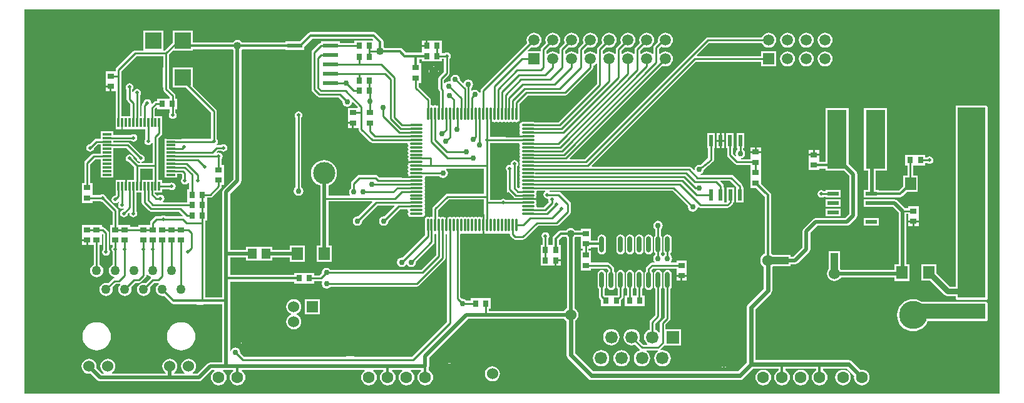
<source format=gtl>
%FSLAX43Y43*%
%MOMM*%
%SFA1B1*%

%IPPOS*%
%ADD10R,2.199996X2.199996*%
%ADD11R,2.031996X0.634999*%
%ADD12R,1.523997X0.507999*%
%ADD13R,2.599995X7.999984*%
%ADD14R,0.799998X0.899998*%
%ADD15R,1.499997X1.699997*%
%ADD16R,0.507999X1.499997*%
%ADD17R,0.899998X0.799998*%
%ADD18R,0.299999X1.199998*%
%ADD19R,1.199998X0.299999*%
%ADD20R,2.539995X1.015998*%
%ADD21R,1.015998X2.539995*%
%ADD22R,1.199998X1.399997*%
%ADD23O,0.599999X2.199996*%
%ADD24O,0.299999X1.799996*%
%ADD25O,1.799996X0.299999*%
%ADD26C,0.507999*%
%ADD27C,0.380999*%
%ADD28C,0.253999*%
%ADD29C,0.634999*%
%ADD30C,0.761998*%
%ADD31R,1.262997X3.044994*%
%ADD32R,2.793994X2.666995*%
%ADD33R,1.724997X1.694997*%
%ADD34R,2.873994X2.979994*%
%ADD35R,2.920994X2.666995*%
%ADD36R,1.269997X3.047994*%
%ADD37R,3.047994X1.269997*%
%ADD38R,2.793994X3.301993*%
%ADD39R,4.825990X3.047994*%
%ADD40R,3.047994X4.825990*%
%ADD41R,5.587989X5.714989*%
%ADD42R,1.142998X1.015998*%
%ADD43R,1.396997X1.269997*%
%ADD44R,5.333989X5.460989*%
%ADD45R,5.206990X6.222988*%
%ADD46R,1.396997X4.444991*%
%ADD47R,4.698991X5.460989*%
%ADD48R,0.352999X0.241000*%
%ADD49R,3.047994X5.079990*%
%ADD50R,0.585999X1.570997*%
%ADD51R,3.936992X3.047994*%
%ADD52R,4.698991X2.412995*%
%ADD53R,5.079990X4.698991*%
%ADD54R,2.031996X2.348995*%
%ADD55R,2.222996X2.546995*%
%ADD56R,2.448995X2.271995*%
%ADD57R,2.920994X2.793994*%
%ADD58R,5.968988X6.349987*%
%ADD59R,8.853982X9.011982*%
%ADD60R,4.571991X4.571991*%
%ADD61R,2.376995X0.543999*%
%ADD62R,1.904996X0.507999*%
%ADD63R,2.710995X2.917994*%
%ADD64R,1.396997X1.523997*%
%ADD65R,1.269997X1.269997*%
%ADD66R,1.777996X1.523997*%
%ADD67R,1.904996X1.777996*%
%ADD68R,2.031996X2.008996*%
%ADD69R,1.650997X1.523997*%
%ADD70R,3.936992X3.936992*%
%ADD71R,3.428993X3.047994*%
%ADD72R,2.793994X2.793994*%
%ADD73R,3.809992X25.780948*%
%ADD74R,9.778980X2.158996*%
%ADD75C,4.759990*%
%ADD76R,1.689997X1.689997*%
%ADD77C,1.689997*%
%ADD78C,0.761998*%
%ADD79C,0.507999*%
%ADD80C,1.523997*%
%ADD81C,1.015998*%
%ADD82R,1.999996X1.999996*%
%ADD83C,1.999996*%
%ADD84R,1.499997X1.499997*%
%ADD85C,1.499997*%
%ADD86C,1.777996*%
%ADD87C,3.999992*%
%ADD88C,1.269997*%
%ADD89C,2.031996*%
%ADD90C,1.599997*%
%ADD91R,1.523997X1.523997*%
%ADD92C,3.555993*%
%ADD93C,3.809992*%
%ADD94R,1.499997X1.499997*%
%ADD95C,2.999994*%
%LNlp_led_cube_8x8x8-1*%
%LPD*%
G36*
X177411Y59442D02*
X45472D01*
Y111498*
X177411*
Y59442*
G37*
%LNlp_led_cube_8x8x8-2*%
%LPC*%
G36*
X156074Y72770D02*
X154058D01*
X154076Y72632*
X154179Y72385*
X154304Y72221*
Y71500*
X155828*
Y72221*
X155953Y72385*
X156056Y72632*
X156074Y72770*
G37*
G36*
X168833Y88987D02*
X167956D01*
Y88010*
X168833*
Y88987*
G37*
G36*
X169964D02*
X169087D01*
Y88010*
X169964*
Y88987*
G37*
G36*
X52704Y71511D02*
X52372Y71467D01*
X52064Y71339*
X51798Y71136*
X51595Y70870*
X51467Y70562*
X51423Y70230*
X51467Y69898*
X51595Y69590*
X51798Y69324*
X52064Y69121*
X52372Y68993*
X52704Y68949*
X53036Y68993*
X53344Y69121*
X53610Y69324*
X53813Y69590*
X53941Y69898*
X53985Y70230*
X53941Y70562*
X53813Y70870*
X53610Y71136*
X53344Y71339*
X53036Y71467*
X52704Y71511*
G37*
G36*
X165670Y72209D02*
X165247Y72167D01*
X164840Y72044*
X164465Y71843*
X164136Y71574*
X163867Y71245*
X163666Y70870*
X163543Y70463*
X163501Y70039*
X163543Y69616*
X163666Y69209*
X163867Y68834*
X164136Y68505*
X164465Y68236*
X164840Y68035*
X165247Y67912*
X165670Y67870*
X166094Y67912*
X166501Y68035*
X166876Y68236*
X167205Y68505*
X167474Y68834*
X167675Y69209*
X175513*
X175612Y69229*
X175696Y69285*
X175752Y69369*
X175772Y69468*
Y71627*
X175752Y71726*
X175696Y71810*
X175612Y71866*
X175513Y71886*
X166796*
X166501Y72044*
X166094Y72167*
X165670Y72209*
G37*
G36*
X155828Y71246D02*
X155193D01*
Y69849*
X155828*
Y71246*
G37*
G36*
X154939D02*
X154304D01*
Y69849*
X154939*
Y71246*
G37*
G36*
X169964Y87756D02*
X169087D01*
Y86779*
X169964*
Y87756*
G37*
G36*
X168833D02*
X167956D01*
Y86779*
X168833*
Y87756*
G37*
G36*
X175513Y98429D02*
X171703D01*
X171604Y98409*
X171602Y98408*
X171465*
Y98271*
X171464Y98269*
X171444Y98170*
Y73925*
X170625*
X168821Y75730*
Y76922*
X166813*
Y74714*
X168005*
X169899Y72820*
X170109Y72680*
X170357Y72631*
X171444*
Y72389*
X171464Y72290*
X171520Y72206*
X171604Y72150*
X171703Y72130*
X175513*
X175612Y72150*
X175696Y72206*
X175752Y72290*
X175772Y72389*
Y98170*
X175752Y98269*
X175696Y98353*
X175612Y98409*
X175513Y98429*
G37*
G36*
X155193Y73905D02*
Y73024D01*
X156074*
X156056Y73162*
X155953Y73409*
X155791Y73622*
X155578Y73784*
X155331Y73887*
X155193Y73905*
G37*
G36*
X126110Y76180D02*
X125894Y76137D01*
X125711Y76014*
X125588Y75831*
X125545Y75615*
Y74015*
X125588Y73799*
X125711Y73616*
X125722Y73608*
Y72739*
X125695Y72712*
X124886*
X124794*
X123985*
X123958Y72739*
Y73608*
X123969Y73616*
X124092Y73799*
X124135Y74015*
Y75615*
X124092Y75831*
X123969Y76014*
X123786Y76137*
X123570Y76180*
X123354Y76137*
X123171Y76014*
X123048Y75831*
X123005Y75615*
Y74015*
X123048Y73799*
X123171Y73616*
X123182Y73608*
Y72578*
X123211Y72429*
X123295Y72303*
X123486Y72113*
Y71304*
X124794*
X124886*
X126194*
Y72113*
X126385Y72303*
X126469Y72429*
X126498Y72578*
Y73608*
X126509Y73616*
X126632Y73799*
X126675Y74015*
Y75615*
X126632Y75831*
X126509Y76014*
X126326Y76137*
X126110Y76180*
G37*
G36*
X128650D02*
X128434Y76137D01*
X128251Y76014*
X128128Y75831*
X128085Y75615*
Y74015*
X128128Y73799*
X128251Y73616*
X128262Y73608*
Y72712*
X128061*
X127969*
X127768*
Y73608*
X127779Y73616*
X127902Y73799*
X127945Y74015*
Y75615*
X127902Y75831*
X127779Y76014*
X127596Y76137*
X127380Y76180*
X127164Y76137*
X126981Y76014*
X126858Y75831*
X126815Y75615*
Y74015*
X126858Y73799*
X126981Y73616*
X126992Y73608*
Y72712*
X126661*
Y71304*
X127969*
X128061*
X129369*
Y72712*
X129038*
Y73608*
X129049Y73616*
X129172Y73799*
X129215Y74015*
Y75615*
X129172Y75831*
X129049Y76014*
X128866Y76137*
X128650Y76180*
G37*
G36*
X154939Y73905D02*
X154801Y73887D01*
X154554Y73784*
X154341Y73622*
X154179Y73409*
X154076Y73162*
X154058Y73024*
X154939*
Y73905*
G37*
G36*
X132460Y76180D02*
X132244Y76137D01*
X132061Y76014*
X131938Y75831*
X131895Y75615*
Y74015*
X131938Y73799*
X132061Y73616*
X132072Y73608*
Y69756*
X131550Y69235*
X131466Y69109*
X131437Y68960*
Y67710*
X131316Y67669*
X131188Y67837*
X130958Y68013*
X130792Y68082*
Y68926*
X131465Y69598*
X131549Y69724*
X131578Y69873*
Y73608*
X131589Y73616*
X131712Y73799*
X131755Y74015*
Y75615*
X131712Y75831*
X131589Y76014*
X131406Y76137*
X131190Y76180*
X130974Y76137*
X130791Y76014*
X130668Y75831*
X130625Y75615*
Y74015*
X130668Y73799*
X130791Y73616*
X130802Y73608*
Y70034*
X130129Y69362*
X130045Y69236*
X130016Y69087*
Y68082*
X129850Y68013*
X129620Y67837*
X129444Y67607*
X129333Y67340*
X129296Y67053*
X129333Y66766*
X129444Y66499*
X129620Y66269*
X129754Y66167*
X129713Y66046*
X129190*
X128636Y66600*
X128705Y66766*
X128742Y67053*
X128705Y67340*
X128594Y67607*
X128418Y67837*
X128188Y68013*
X127921Y68124*
X127634Y68161*
X127347Y68124*
X127080Y68013*
X126850Y67837*
X126674Y67607*
X126563Y67340*
X126526Y67053*
X126563Y66766*
X126674Y66499*
X126850Y66269*
X127080Y66093*
X127347Y65982*
X127634Y65945*
X127921Y65982*
X128087Y66051*
X128737Y65400*
X128713Y65276*
X128465Y65173*
X128235Y64997*
X128059Y64767*
X127948Y64500*
X127911Y64213*
X127948Y63926*
X128059Y63659*
X128235Y63429*
X128465Y63253*
X128732Y63142*
X129019Y63105*
X129306Y63142*
X129573Y63253*
X129803Y63429*
X129979Y63659*
X130090Y63926*
X130127Y64213*
X130090Y64500*
X129979Y64767*
X129803Y64997*
X129604Y65149*
X129645Y65270*
X131163*
X131204Y65149*
X131005Y64997*
X130829Y64767*
X130718Y64500*
X130681Y64213*
X130718Y63926*
X130829Y63659*
X131005Y63429*
X131235Y63253*
X131502Y63142*
X131789Y63105*
X132076Y63142*
X132343Y63253*
X132573Y63429*
X132749Y63659*
X132860Y63926*
X132897Y64213*
X132860Y64500*
X132749Y64767*
X132573Y64997*
X132343Y65173*
X132076Y65284*
X131789Y65321*
X131540Y65289*
X131484Y65403*
X132047Y65966*
X132075Y65954*
X134273*
Y68152*
X132213*
Y68799*
X132735Y69320*
X132819Y69446*
X132824Y69471*
X132848Y69595*
Y73608*
X132859Y73616*
X132982Y73799*
X133025Y74015*
Y75615*
X132982Y75831*
X132859Y76014*
X132676Y76137*
X132460Y76180*
G37*
G36*
X152976Y92412D02*
X152399D01*
Y91885*
X152976*
Y92412*
G37*
G36*
X152145D02*
X151568D01*
Y91885*
X152145*
Y92412*
G37*
G36*
X124864Y68161D02*
X124577Y68124D01*
X124310Y68013*
X124080Y67837*
X123904Y67607*
X123793Y67340*
X123756Y67053*
X123793Y66766*
X123904Y66499*
X124080Y66269*
X124310Y66093*
X124577Y65982*
X124864Y65945*
X125151Y65982*
X125418Y66093*
X125648Y66269*
X125824Y66499*
X125935Y66766*
X125972Y67053*
X125935Y67340*
X125824Y67607*
X125648Y67837*
X125418Y68013*
X125151Y68124*
X124864Y68161*
G37*
G36*
X140256Y68265D02*
Y65760D01*
X142761*
X142739Y66046*
X142642Y66449*
X142483Y66833*
X142267Y67186*
X141997Y67501*
X141682Y67771*
X141329Y67987*
X140945Y68146*
X140542Y68243*
X140256Y68265*
G37*
G36*
X139532Y93565D02*
X139151D01*
Y92688*
X139532*
Y93565*
G37*
G36*
X145102Y92793D02*
X144525D01*
Y92266*
X145102*
Y92793*
G37*
G36*
X144271D02*
X143694D01*
Y92266*
X144271*
Y92793*
G37*
G36*
X170242Y69021D02*
Y66992D01*
X172272*
X172243Y67288*
X172120Y67695*
X171919Y68070*
X171650Y68399*
X171321Y68668*
X170946Y68869*
X170539Y68992*
X170242Y69021*
G37*
G36*
X121967Y68145D02*
X121807Y68124D01*
X121540Y68013*
X121310Y67837*
X121134Y67607*
X121023Y67340*
X121002Y67180*
X121967*
Y68145*
G37*
G36*
X122221D02*
Y67180D01*
X123186*
X123165Y67340*
X123054Y67607*
X122878Y67837*
X122648Y68013*
X122381Y68124*
X122221Y68145*
G37*
G36*
X169989Y69021D02*
X169692Y68992D01*
X169285Y68869*
X168910Y68668*
X168581Y68399*
X168312Y68070*
X168111Y67695*
X167988Y67288*
X167959Y66992*
X169989*
Y69021*
G37*
G36*
X162141Y98106D02*
X159033D01*
Y89598*
X159565*
Y86994*
X159041*
Y85978*
X160032*
X160082Y85968*
X160133Y85978*
X161073*
Y86033*
X163956*
X164129Y86067*
X164276Y86166*
X164865Y86754*
X166332*
Y88962*
X165676*
Y90354*
X165942*
X166034*
X167342*
Y90670*
X167560*
X167695Y90579*
X167893Y90540*
X168091Y90579*
X168259Y90692*
X168372Y90860*
X168411Y91058*
X168372Y91256*
X168259Y91424*
X168091Y91537*
X167893Y91576*
X167695Y91537*
X167560Y91446*
X167342*
Y91762*
X166034*
X165942*
X164634*
Y90354*
X164900*
Y88962*
X164324*
Y87495*
X163768Y86939*
X161073*
Y86994*
X160600*
Y89598*
X162141*
Y98106*
G37*
G36*
X121967Y66926D02*
X121002D01*
X121023Y66766*
X121134Y66499*
X121310Y66269*
X121540Y66093*
X121807Y65982*
X121967Y65961*
Y66926*
G37*
G36*
X123186D02*
X122221D01*
Y65961*
X122381Y65982*
X122648Y66093*
X122878Y66269*
X123054Y66499*
X123165Y66766*
X123186Y66926*
G37*
G36*
X134238Y75245D02*
X133661D01*
Y74718*
X134238*
Y75245*
G37*
G36*
X124713Y80955D02*
X124624Y80937D01*
X124441Y80814*
X124318Y80631*
X124275Y80415*
Y79742*
X124713*
Y80955*
G37*
G36*
X53847Y80071D02*
X53270D01*
Y79544*
X53847*
Y80071*
G37*
G36*
X125405Y79488D02*
X124967D01*
Y78275*
X125056Y78293*
X125239Y78416*
X125362Y78599*
X125405Y78815*
Y79488*
G37*
G36*
X124967Y80955D02*
Y79742D01*
X125405*
Y80415*
X125362Y80631*
X125239Y80814*
X125056Y80937*
X124967Y80955*
G37*
G36*
X166438Y82611D02*
X165861D01*
Y82084*
X166438*
Y82611*
G37*
G36*
X165607D02*
X165030D01*
Y82084*
X165607*
Y82611*
G37*
G36*
X141604Y78231D02*
X140207D01*
Y77596*
X141604*
Y78231*
G37*
G36*
X126110Y80980D02*
X125894Y80937D01*
X125711Y80814*
X125588Y80631*
X125545Y80415*
Y78815*
X125588Y78599*
X125711Y78416*
X125894Y78293*
X126110Y78250*
X126326Y78293*
X126509Y78416*
X126632Y78599*
X126675Y78815*
Y80415*
X126632Y80631*
X126509Y80814*
X126326Y80937*
X126110Y80980*
G37*
G36*
X55948Y82252D02*
X53270D01*
Y80944*
Y80852*
Y80325*
X53974*
Y80198*
X54101*
Y79544*
X54856*
Y76873*
X54796Y76849*
X54610Y76706*
X54467Y76520*
X54378Y76304*
X54347Y76072*
X54378Y75840*
X54467Y75624*
X54610Y75438*
X54796Y75295*
X55012Y75206*
X55244Y75175*
X55476Y75206*
X55692Y75295*
X55878Y75438*
X56021Y75624*
X56110Y75840*
X56141Y76072*
X56110Y76304*
X56021Y76520*
X55878Y76706*
X55692Y76849*
X55632Y76873*
Y79544*
X55948*
Y80852*
Y80944*
Y81003*
X56020Y81032*
X56126Y80962*
Y78945*
X56035Y78810*
X55996Y78612*
X56035Y78414*
X56148Y78246*
X56316Y78133*
X56514Y78094*
X56712Y78133*
X56880Y78246*
X56993Y78414*
X57032Y78612*
X56993Y78810*
X56902Y78945*
Y81152*
X56873Y81301*
X56789Y81427*
X56343Y81873*
X56217Y81957*
X56068Y81986*
X55948*
Y82252*
G37*
G36*
X143382Y78477D02*
Y77596D01*
X144263*
X144245Y77734*
X144142Y77981*
X143980Y78194*
X143767Y78356*
X143520Y78459*
X143382Y78477*
G37*
G36*
X127380Y80980D02*
X127164Y80937D01*
X126981Y80814*
X126858Y80631*
X126815Y80415*
Y78815*
X126858Y78599*
X126981Y78416*
X127164Y78293*
X127380Y78250*
X127596Y78293*
X127779Y78416*
X127902Y78599*
X127945Y78815*
Y80415*
X127902Y80631*
X127779Y80814*
X127596Y80937*
X127380Y80980*
G37*
G36*
X124713Y79488D02*
X124275D01*
Y78815*
X124318Y78599*
X124441Y78416*
X124624Y78293*
X124713Y78275*
Y79488*
G37*
G36*
X129920Y80980D02*
X129704Y80937D01*
X129521Y80814*
X129398Y80631*
X129355Y80415*
Y78815*
X129398Y78599*
X129521Y78416*
X129704Y78293*
X129920Y78250*
X130136Y78293*
X130319Y78416*
X130442Y78599*
X130485Y78815*
Y80415*
X130442Y80631*
X130319Y80814*
X130136Y80937*
X129920Y80980*
G37*
G36*
X128650D02*
X128434Y80937D01*
X128251Y80814*
X128128Y80631*
X128085Y80415*
Y78815*
X128128Y78599*
X128251Y78416*
X128434Y78293*
X128650Y78250*
X128866Y78293*
X129049Y78416*
X129172Y78599*
X129215Y78815*
Y80415*
X129172Y80631*
X129049Y80814*
X128866Y80937*
X128650Y80980*
G37*
G36*
X161073Y83184D02*
X159041D01*
Y82168*
X161073*
Y83184*
G37*
G36*
X143128Y78477D02*
X142990Y78459D01*
X142743Y78356*
X142579Y78231*
X141858*
Y77469*
Y76707*
X142579*
X142743Y76582*
X142990Y76479*
X143128Y76461*
Y77469*
Y78477*
G37*
G36*
X161073Y84454D02*
X160184D01*
Y84073*
X161073*
Y84454*
G37*
G36*
X159930D02*
X159041D01*
Y84073*
X159930*
Y84454*
G37*
G36*
X131190Y82831D02*
X130942Y82782D01*
X130732Y82641*
X130592Y82431*
X130543Y82184*
X130592Y81936*
X130732Y81726*
X130802Y81679*
Y80822*
X130791Y80814*
X130668Y80631*
X130625Y80415*
Y78815*
X130668Y78599*
X130791Y78416*
X130802Y78408*
Y78227*
X130732Y78181*
X130592Y77971*
X130543Y77723*
X130592Y77475*
X130729Y77269*
X130669Y77157*
X130363*
X130214Y77128*
X130088Y77044*
X129645Y76601*
X129561Y76475*
X129532Y76326*
Y76022*
X129521Y76014*
X129398Y75831*
X129355Y75615*
Y74015*
X129398Y73799*
X129521Y73616*
X129704Y73493*
X129920Y73450*
X130136Y73493*
X130319Y73616*
X130442Y73799*
X130485Y74015*
Y75615*
X130442Y75831*
X130319Y76014*
X130308Y76022*
Y76165*
X130524Y76381*
X133661*
Y76118*
Y76026*
Y75499*
X135069*
Y76026*
Y76118*
Y77426*
X133661*
Y77157*
X132981*
X132921Y77269*
X133058Y77475*
X133107Y77723*
X133058Y77971*
X132918Y78181*
X132848Y78227*
Y78408*
X132859Y78416*
X132982Y78599*
X133025Y78815*
Y80415*
X132982Y80631*
X132859Y80814*
X132676Y80937*
X132460Y80980*
X132244Y80937*
X132061Y80814*
X131938Y80631*
X131895Y80415*
Y78815*
X131938Y78599*
X132061Y78416*
X132072Y78408*
Y78227*
X132002Y78181*
X131888Y78011*
X131761*
X131648Y78181*
X131578Y78227*
Y78408*
X131589Y78416*
X131712Y78599*
X131755Y78815*
Y80415*
X131712Y80631*
X131589Y80814*
X131578Y80822*
Y81679*
X131648Y81726*
X131788Y81936*
X131837Y82184*
X131788Y82431*
X131648Y82641*
X131438Y82782*
X131190Y82831*
G37*
G36*
X153288Y87004D02*
X153090Y86965D01*
X152922Y86852*
X152809Y86684*
X152770Y86486*
X152809Y86288*
X152922Y86120*
X153090Y86007*
X153288Y85968*
X153486Y86007*
X153621Y86098*
X153885*
Y85978*
X155917*
Y86994*
X153885*
Y86874*
X153621*
X153486Y86965*
X153288Y87004*
G37*
G36*
X155917Y85724D02*
X153885D01*
Y84708*
X155917*
Y85724*
G37*
G36*
X135069Y75245D02*
X134492D01*
Y74718*
X135069*
Y75245*
G37*
G36*
X159930Y83819D02*
X159041D01*
Y83438*
X159930*
Y83819*
G37*
G36*
X155917Y84454D02*
X153885D01*
Y83438*
X155917*
Y84454*
G37*
G36*
X118004Y77342D02*
X117477D01*
Y76765*
X118004*
Y77342*
G37*
G36*
X161073Y83819D02*
X160184D01*
Y83438*
X161073*
Y83819*
G37*
G36*
X144263Y77342D02*
X143382D01*
Y76461*
X143520Y76479*
X143767Y76582*
X143980Y76744*
X144142Y76957*
X144245Y77204*
X144263Y77342*
G37*
G36*
X141604D02*
X140207D01*
Y76707*
X141604*
Y77342*
G37*
G36*
X163194Y85734D02*
X160082D01*
X160032Y85724*
X159041*
Y84708*
X160032*
X160082Y84698*
X162979*
X163728Y83949*
Y76897*
X163181*
Y76209*
X155949*
X155828Y76367*
Y78739*
X154304*
Y76367*
X154179Y76203*
X154076Y75956*
X154041Y75691*
X154076Y75426*
X154179Y75179*
X154341Y74966*
X154554Y74804*
X154801Y74701*
X155066Y74666*
X155331Y74701*
X155578Y74804*
X155791Y74966*
X155949Y75173*
X163181*
Y74689*
X165189*
Y76897*
X164764*
Y83776*
X165030*
Y83484*
Y83392*
Y82865*
X166438*
Y83392*
Y83484*
Y84792*
X165030*
Y84552*
X164590*
X163560Y85582*
X163392Y85695*
X163194Y85734*
G37*
G36*
X176241Y62737D02*
X174116D01*
Y60612*
X174431Y60643*
X174856Y60771*
X175247Y60981*
X175591Y61262*
X175872Y61606*
X176082Y61997*
X176210Y62422*
X176241Y62737*
G37*
G36*
X153771Y105787D02*
X153509Y105752D01*
X153264Y105651*
X153055Y105490*
X152894Y105280*
X152792Y105036*
X152758Y104774*
X152792Y104512*
X152894Y104268*
X153055Y104058*
X153264Y103897*
X153509Y103796*
X153771Y103761*
X154033Y103796*
X154277Y103897*
X154487Y104058*
X154648Y104268*
X154749Y104512*
X154783Y104774*
X154749Y105036*
X154648Y105280*
X154487Y105490*
X154277Y105651*
X154033Y105752*
X153771Y105787*
G37*
G36*
X151231D02*
X150968Y105752D01*
X150724Y105651*
X150515Y105490*
X150354Y105280*
X150252Y105036*
X150218Y104774*
X150252Y104512*
X150354Y104268*
X150515Y104058*
X150724Y103897*
X150968Y103796*
X151231Y103761*
X151493Y103796*
X151737Y103897*
X151947Y104058*
X152108Y104268*
X152209Y104512*
X152243Y104774*
X152209Y105036*
X152108Y105280*
X151947Y105490*
X151737Y105651*
X151493Y105752*
X151231Y105787*
G37*
G36*
X173862Y62737D02*
X171737D01*
X171768Y62422*
X171897Y61997*
X172106Y61606*
X172387Y61262*
X172731Y60981*
X173122Y60771*
X173547Y60643*
X173862Y60612*
Y62737*
G37*
G36*
X156209Y62657D02*
X155934Y62621D01*
X155677Y62515*
X155457Y62346*
X155288Y62126*
X155182Y61869*
X155146Y61594*
X155182Y61319*
X155288Y61062*
X155457Y60842*
X155677Y60673*
X155934Y60567*
X156209Y60531*
X156484Y60567*
X156741Y60673*
X156961Y60842*
X157130Y61062*
X157236Y61319*
X157272Y61594*
X157236Y61869*
X157130Y62126*
X156961Y62346*
X156741Y62515*
X156484Y62621*
X156209Y62657*
G37*
G36*
X48767Y62737D02*
X46642D01*
X46673Y62422*
X46802Y61997*
X47011Y61606*
X47292Y61262*
X47636Y60981*
X48027Y60771*
X48452Y60643*
X48767Y60612*
Y62737*
G37*
G36*
X51146D02*
X49021D01*
Y60612*
X49336Y60643*
X49761Y60771*
X50152Y60981*
X50496Y61262*
X50777Y61606*
X50986Y61997*
X51115Y62422*
X51146Y62737*
G37*
G36*
X165543Y63689D02*
X163514D01*
X163543Y63393*
X163666Y62986*
X163867Y62611*
X164136Y62282*
X164465Y62013*
X164840Y61812*
X165247Y61689*
X165543Y61660*
Y63689*
G37*
G36*
X167827D02*
X165797D01*
Y61660*
X166094Y61689*
X166501Y61812*
X166876Y62013*
X167205Y62282*
X167474Y62611*
X167675Y62986*
X167798Y63393*
X167827Y63689*
G37*
G36*
X104075Y63110D02*
X103937Y63092D01*
X103690Y62989*
X103478Y62827*
X103315Y62614*
X103213Y62367*
X103194Y62229*
X104075*
Y63110*
G37*
G36*
X105211Y61975D02*
X104329D01*
Y61094*
X104468Y61112*
X104715Y61215*
X104927Y61377*
X105090Y61590*
X105192Y61837*
X105211Y61975*
G37*
G36*
X148691Y105787D02*
X148429Y105752D01*
X148184Y105651*
X147975Y105490*
X147814Y105280*
X147712Y105036*
X147678Y104774*
X147712Y104512*
X147814Y104268*
X147975Y104058*
X148184Y103897*
X148429Y103796*
X148691Y103761*
X148953Y103796*
X149197Y103897*
X149407Y104058*
X149568Y104268*
X149669Y104512*
X149703Y104774*
X149669Y105036*
X149568Y105280*
X149407Y105490*
X149197Y105651*
X148953Y105752*
X148691Y105787*
G37*
G36*
X108774Y63127D02*
X108509Y63092D01*
X108262Y62989*
X108050Y62827*
X107887Y62614*
X107785Y62367*
X107750Y62102*
X107785Y61837*
X107887Y61590*
X108050Y61377*
X108262Y61215*
X108509Y61112*
X108774Y61077*
X109040Y61112*
X109287Y61215*
X109499Y61377*
X109662Y61590*
X109764Y61837*
X109799Y62102*
X109764Y62367*
X109662Y62614*
X109499Y62827*
X109287Y62989*
X109040Y63092*
X108774Y63127*
G37*
G36*
X104075Y61975D02*
X103194D01*
X103213Y61837*
X103315Y61590*
X103478Y61377*
X103690Y61215*
X103937Y61112*
X104075Y61094*
Y61975*
G37*
G36*
X150494Y62657D02*
X150219Y62621D01*
X149962Y62515*
X149742Y62346*
X149573Y62126*
X149467Y61869*
X149431Y61594*
X149467Y61319*
X149573Y61062*
X149742Y60842*
X149962Y60673*
X150219Y60567*
X150494Y60531*
X150769Y60567*
X151026Y60673*
X151246Y60842*
X151415Y61062*
X151521Y61319*
X151557Y61594*
X151521Y61869*
X151415Y62126*
X151246Y62346*
X151026Y62515*
X150769Y62621*
X150494Y62657*
G37*
G36*
X99756Y107256D02*
X99229D01*
Y106679*
X99756*
Y107256*
G37*
G36*
X153771Y108327D02*
X153509Y108292D01*
X153264Y108191*
X153055Y108030*
X152894Y107820*
X152792Y107576*
X152758Y107314*
X152792Y107052*
X152894Y106808*
X153055Y106598*
X153264Y106437*
X153509Y106336*
X153771Y106301*
X154033Y106336*
X154277Y106437*
X154487Y106598*
X154648Y106808*
X154749Y107052*
X154783Y107314*
X154749Y107576*
X154648Y107820*
X154487Y108030*
X154277Y108191*
X154033Y108292*
X153771Y108327*
G37*
G36*
X151231D02*
X150968Y108292D01*
X150724Y108191*
X150515Y108030*
X150354Y107820*
X150252Y107576*
X150218Y107314*
X150252Y107052*
X150354Y106808*
X150515Y106598*
X150724Y106437*
X150968Y106336*
X151231Y106301*
X151493Y106336*
X151737Y106437*
X151947Y106598*
X152108Y106808*
X152209Y107052*
X152243Y107314*
X152209Y107576*
X152108Y107820*
X151947Y108030*
X151737Y108191*
X151493Y108292*
X151231Y108327*
G37*
G36*
X48767Y110201D02*
X48452Y110170D01*
X48027Y110042*
X47636Y109832*
X47292Y109551*
X47011Y109207*
X46802Y108816*
X46673Y108391*
X46642Y108076*
X48767*
Y110201*
G37*
G36*
X174116D02*
Y108076D01*
X176241*
X176210Y108391*
X176082Y108816*
X175872Y109207*
X175591Y109551*
X175247Y109832*
X174856Y110042*
X174431Y110170*
X174116Y110201*
G37*
G36*
X173862D02*
X173547Y110170D01*
X173122Y110042*
X172731Y109832*
X172387Y109551*
X172106Y109207*
X171897Y108816*
X171768Y108391*
X171737Y108076*
X173862*
Y110201*
G37*
G36*
X49021D02*
Y108076D01*
X51146*
X51115Y108391*
X50986Y108816*
X50777Y109207*
X50496Y109551*
X50152Y109832*
X49761Y110042*
X49336Y110170*
X49021Y110201*
G37*
G36*
X51146Y107822D02*
X49021D01*
Y105697*
X49336Y105728*
X49761Y105856*
X50152Y106066*
X50496Y106347*
X50777Y106691*
X50986Y107082*
X51115Y107507*
X51146Y107822*
G37*
G36*
X48767D02*
X46642D01*
X46673Y107507*
X46802Y107082*
X47011Y106691*
X47292Y106347*
X47636Y106066*
X48027Y105856*
X48452Y105728*
X48767Y105697*
Y107822*
G37*
G36*
X145414Y62657D02*
X145139Y62621D01*
X144882Y62515*
X144662Y62346*
X144493Y62126*
X144387Y61869*
X144351Y61594*
X144387Y61319*
X144493Y61062*
X144662Y60842*
X144882Y60673*
X145139Y60567*
X145414Y60531*
X145689Y60567*
X145946Y60673*
X146166Y60842*
X146335Y61062*
X146441Y61319*
X146477Y61594*
X146441Y61869*
X146335Y62126*
X146166Y62346*
X145946Y62515*
X145689Y62621*
X145414Y62657*
G37*
G36*
X173862Y107822D02*
X171737D01*
X171768Y107507*
X171897Y107082*
X172106Y106691*
X172387Y106347*
X172731Y106066*
X173122Y105856*
X173547Y105728*
X173862Y105697*
Y107822*
G37*
G36*
X148691Y108327D02*
X148429Y108292D01*
X148184Y108191*
X147975Y108030*
X147814Y107820*
X147712Y107576*
X147678Y107314*
X147712Y107052*
X147814Y106808*
X147975Y106598*
X148184Y106437*
X148429Y106336*
X148691Y106301*
X148953Y106336*
X149197Y106437*
X149407Y106598*
X149568Y106808*
X149669Y107052*
X149703Y107314*
X149669Y107576*
X149568Y107820*
X149407Y108030*
X149197Y108191*
X148953Y108292*
X148691Y108327*
G37*
G36*
X68242Y108628D02*
X65534D01*
Y106977*
X64481Y105924*
X64258*
Y108628*
X61550*
Y105924*
X60451*
X60302Y105895*
X60176Y105811*
X57934Y103569*
X57850Y103443*
X57821Y103294*
Y103080*
X56445*
Y101772*
Y101680*
Y101153*
X57149*
Y101026*
X57276*
Y100372*
X57821*
Y96974*
X57805*
Y95266*
X58613*
Y96120*
X58805*
Y95266*
X59805*
X61821*
Y93901*
X61750Y93796*
X61711Y93598*
X61750Y93400*
X61863Y93232*
X62031Y93119*
X62229Y93080*
X62427Y93119*
X62595Y93232*
X62699Y93387*
X62821Y93350*
Y90684*
X61310*
X61297Y90811*
X61411Y90833*
X61579Y90946*
X61692Y91114*
X61731Y91312*
X61692Y91510*
X61579Y91678*
X61411Y91791*
X61252Y91822*
X59730Y93345*
X59604Y93429*
X59455Y93458*
X57513*
Y93666*
Y93682*
X59900*
X60035Y93591*
X60233Y93552*
X60431Y93591*
X60599Y93704*
X60712Y93872*
X60751Y94070*
X60712Y94268*
X60599Y94436*
X60431Y94549*
X60233Y94588*
X60035Y94549*
X59900Y94458*
X57513*
Y94974*
X55805*
Y94166*
Y93974*
Y93958*
X55216*
X55067Y93929*
X54941Y93845*
X54316Y93219*
X54157Y93188*
X53989Y93075*
X53876Y92907*
X53837Y92709*
X53876Y92511*
X53989Y92343*
X54157Y92230*
X54355Y92191*
X54553Y92230*
X54721Y92343*
X54834Y92511*
X54865Y92670*
X55377Y93182*
X55805*
Y93166*
Y92666*
Y92166*
Y91974*
Y91958*
X54867*
X54718Y91929*
X54592Y91845*
X53703Y90956*
X53619Y90830*
X53590Y90681*
Y87967*
X53270*
Y86659*
Y86567*
Y85259*
X54678*
Y85525*
X55738*
X55873Y85434*
X56032Y85403*
X57396Y84039*
Y82252*
X57080*
Y80944*
Y80852*
Y79544*
X57396*
Y79326*
X57305Y79191*
X57266Y78993*
X57305Y78795*
X57396Y78660*
Y76873*
X57336Y76849*
X57150Y76706*
X57007Y76520*
X56918Y76304*
X56887Y76072*
X56918Y75840*
X57007Y75624*
X57150Y75438*
X57336Y75295*
X57552Y75206*
X57671Y75190*
X57663Y75063*
X57657*
X57508Y75034*
X57382Y74950*
X56806Y74373*
X56746Y74398*
X56514Y74429*
X56282Y74398*
X56066Y74309*
X55880Y74166*
X55737Y73980*
X55648Y73764*
X55617Y73532*
X55648Y73300*
X55737Y73084*
X55880Y72898*
X56066Y72755*
X56282Y72666*
X56514Y72635*
X56746Y72666*
X56962Y72755*
X57148Y72898*
X57291Y73084*
X57380Y73300*
X57411Y73532*
X57380Y73764*
X57355Y73824*
X57818Y74287*
X58292*
X58402Y74309*
X58455Y74193*
X58420Y74166*
X58277Y73980*
X58188Y73764*
X58157Y73532*
X58188Y73300*
X58277Y73084*
X58420Y72898*
X58606Y72755*
X58822Y72666*
X59054Y72635*
X59286Y72666*
X59502Y72755*
X59688Y72898*
X59831Y73084*
X59920Y73300*
X59951Y73532*
X59920Y73764*
X59895Y73824*
X60485Y74414*
X60959*
X61108Y74443*
X61234Y74527*
X61869Y75162*
X61953Y75288*
X61982Y75437*
Y75563*
X62103Y75604*
X62230Y75438*
X62416Y75295*
X62601Y75219*
X62613Y75092*
X62589Y75077*
X61886Y74373*
X61826Y74398*
X61594Y74429*
X61362Y74398*
X61146Y74309*
X60960Y74166*
X60817Y73980*
X60728Y73764*
X60697Y73532*
X60728Y73300*
X60817Y73084*
X60960Y72898*
X61146Y72755*
X61362Y72666*
X61594Y72635*
X61826Y72666*
X62042Y72755*
X62228Y72898*
X62371Y73084*
X62460Y73300*
X62491Y73532*
X62460Y73764*
X62435Y73824*
X63025Y74414*
X63625*
X63627Y74406*
X63652Y74283*
X63500Y74166*
X63357Y73980*
X63268Y73764*
X63237Y73532*
X63268Y73300*
X63357Y73084*
X63500Y72898*
X63686Y72755*
X63902Y72666*
X64134Y72635*
X64360Y72665*
X65338Y71688*
X65485Y71589*
X65658Y71555*
X68768*
X68793Y71430*
X68574Y71339*
X68308Y71136*
X68105Y70870*
X67977Y70562*
X67933Y70230*
X67977Y69898*
X68105Y69590*
X68308Y69324*
X68574Y69121*
X68882Y68993*
X69214Y68949*
X69546Y68993*
X69854Y69121*
X70120Y69324*
X70323Y69590*
X70451Y69898*
X70495Y70230*
X70451Y70562*
X70323Y70870*
X70120Y71136*
X69854Y71339*
X69635Y71430*
X69660Y71555*
X72252*
Y63636*
X70611*
X70413Y63597*
X70245Y63484*
X68872Y62112*
X68252*
X68218Y62193*
X68205Y62232*
X68415Y62393*
X68577Y62606*
X68680Y62853*
X68715Y63118*
X68680Y63383*
X68577Y63630*
X68415Y63843*
X68202Y64005*
X67955Y64108*
X67690Y64143*
X67425Y64108*
X67178Y64005*
X66965Y63843*
X66803Y63630*
X66700Y63383*
X66665Y63118*
X66700Y62853*
X66803Y62606*
X66965Y62393*
X67175Y62232*
X67162Y62193*
X67129Y62112*
X65668*
Y62235*
X65875Y62393*
X66037Y62606*
X66140Y62853*
X66175Y63118*
X66140Y63383*
X66037Y63630*
X65875Y63843*
X65662Y64005*
X65415Y64108*
X65150Y64143*
X64885Y64108*
X64638Y64005*
X64425Y63843*
X64263Y63630*
X64160Y63383*
X64125Y63118*
X64160Y62853*
X64263Y62606*
X64425Y62393*
X64632Y62235*
Y62112*
X57330*
X57296Y62193*
X57283Y62232*
X57493Y62393*
X57655Y62606*
X57758Y62853*
X57793Y63118*
X57758Y63383*
X57655Y63630*
X57493Y63843*
X57280Y64005*
X57033Y64108*
X56768Y64143*
X56503Y64108*
X56256Y64005*
X56043Y63843*
X55881Y63630*
X55778Y63383*
X55743Y63118*
X55778Y62853*
X55881Y62606*
X56043Y62393*
X56253Y62232*
X56240Y62193*
X56207Y62112*
X55967*
X55219Y62860*
X55253Y63118*
X55218Y63383*
X55115Y63630*
X54953Y63843*
X54740Y64005*
X54493Y64108*
X54228Y64143*
X53963Y64108*
X53716Y64005*
X53503Y63843*
X53341Y63630*
X53238Y63383*
X53203Y63118*
X53238Y62853*
X53341Y62606*
X53503Y62393*
X53716Y62231*
X53963Y62128*
X54228Y62093*
X54486Y62127*
X55386Y61228*
X55554Y61115*
X55752Y61076*
X69087*
X69285Y61115*
X69453Y61228*
X70826Y62600*
X71136*
X71177Y62480*
X71002Y62346*
X70833Y62126*
X70727Y61869*
X70691Y61594*
X70727Y61319*
X70833Y61062*
X71002Y60842*
X71222Y60673*
X71479Y60567*
X71754Y60531*
X72029Y60567*
X72286Y60673*
X72506Y60842*
X72675Y61062*
X72781Y61319*
X72817Y61594*
X72781Y61869*
X72675Y62126*
X72506Y62346*
X72331Y62480*
X72372Y62600*
X73676*
X73717Y62480*
X73542Y62346*
X73373Y62126*
X73267Y61869*
X73231Y61594*
X73267Y61319*
X73373Y61062*
X73542Y60842*
X73762Y60673*
X74019Y60567*
X74294Y60531*
X74569Y60567*
X74826Y60673*
X75046Y60842*
X75215Y61062*
X75321Y61319*
X75357Y61594*
X75321Y61869*
X75215Y62126*
X75046Y62346*
X74871Y62480*
X74912Y62600*
X91456*
X91497Y62480*
X91322Y62346*
X91153Y62126*
X91047Y61869*
X91011Y61594*
X91047Y61319*
X91153Y61062*
X91322Y60842*
X91542Y60673*
X91799Y60567*
X92074Y60531*
X92349Y60567*
X92606Y60673*
X92826Y60842*
X92995Y61062*
X93101Y61319*
X93137Y61594*
X93101Y61869*
X92995Y62126*
X92826Y62346*
X92651Y62480*
X92692Y62600*
X93996*
X94037Y62480*
X93862Y62346*
X93693Y62126*
X93587Y61869*
X93551Y61594*
X93587Y61319*
X93693Y61062*
X93862Y60842*
X94082Y60673*
X94339Y60567*
X94614Y60531*
X94889Y60567*
X95146Y60673*
X95366Y60842*
X95535Y61062*
X95641Y61319*
X95677Y61594*
X95641Y61869*
X95535Y62126*
X95366Y62346*
X95191Y62480*
X95232Y62600*
X96536*
X96577Y62480*
X96402Y62346*
X96233Y62126*
X96127Y61869*
X96091Y61594*
X96127Y61319*
X96233Y61062*
X96402Y60842*
X96622Y60673*
X96879Y60567*
X97154Y60531*
X97429Y60567*
X97686Y60673*
X97906Y60842*
X98075Y61062*
X98181Y61319*
X98217Y61594*
X98181Y61869*
X98075Y62126*
X97906Y62346*
X97731Y62480*
X97772Y62600*
X99076*
X99117Y62480*
X98942Y62346*
X98773Y62126*
X98667Y61869*
X98631Y61594*
X98667Y61319*
X98773Y61062*
X98942Y60842*
X99162Y60673*
X99419Y60567*
X99694Y60531*
X99969Y60567*
X100226Y60673*
X100446Y60842*
X100615Y61062*
X100721Y61319*
X100757Y61594*
X100721Y61869*
X100615Y62126*
X100446Y62346*
X100226Y62515*
X100147Y62547*
Y62882*
X100173Y62920*
X100212Y63118*
Y64300*
X105497Y69585*
X118496*
X118654Y69378*
X118796Y69269*
Y64642*
X118841Y64419*
X118967Y64230*
X121761Y61436*
X121950Y61310*
X122173Y61265*
X142239*
X142462Y61310*
X142651Y61436*
X144004Y62789*
X147501*
Y62547*
X147422Y62515*
X147202Y62346*
X147033Y62126*
X146927Y61869*
X146891Y61594*
X146927Y61319*
X147033Y61062*
X147202Y60842*
X147422Y60673*
X147679Y60567*
X147954Y60531*
X148229Y60567*
X148486Y60673*
X148706Y60842*
X148875Y61062*
X148981Y61319*
X149017Y61594*
X148981Y61869*
X148875Y62126*
X148706Y62346*
X148486Y62515*
X148407Y62547*
Y62789*
X152581*
Y62547*
X152502Y62515*
X152282Y62346*
X152113Y62126*
X152007Y61869*
X151971Y61594*
X152007Y61319*
X152113Y61062*
X152282Y60842*
X152502Y60673*
X152759Y60567*
X153034Y60531*
X153309Y60567*
X153566Y60673*
X153786Y60842*
X153955Y61062*
X154061Y61319*
X154097Y61594*
X154061Y61869*
X153955Y62126*
X153786Y62346*
X153566Y62515*
X153487Y62547*
Y62789*
X156730*
X157714Y61805*
X157686Y61594*
X157722Y61319*
X157828Y61062*
X157997Y60842*
X158217Y60673*
X158474Y60567*
X158749Y60531*
X159024Y60567*
X159281Y60673*
X159501Y60842*
X159670Y61062*
X159776Y61319*
X159812Y61594*
X159776Y61869*
X159670Y62126*
X159501Y62346*
X159281Y62515*
X159024Y62621*
X158749Y62657*
X158538Y62629*
X157383Y63784*
X157194Y63910*
X156971Y63955*
X144346*
Y70878*
X146461Y72993*
X146587Y73182*
X146632Y73405*
Y76635*
X146725Y76707*
X149097*
Y76951*
X149732*
X149930Y76990*
X150098Y77103*
X151622Y78627*
X151735Y78795*
X151774Y78993*
Y81191*
X152741Y82158*
X156717*
X156915Y82197*
X157083Y82310*
X157972Y83199*
X158085Y83367*
X158124Y83565*
Y89153*
X158085Y89351*
X157972Y89519*
X156941Y90550*
Y98106*
X153833*
Y90811*
X152976*
Y91012*
Y91104*
Y91631*
X151568*
Y91104*
Y91012*
Y89704*
X152976*
Y89905*
X153833*
Y89598*
X156429*
X157088Y88938*
Y83780*
X156502Y83194*
X152526*
X152328Y83155*
X152160Y83042*
X150890Y81772*
X150777Y81604*
X150738Y81406*
Y79208*
X149517Y77987*
X149097*
Y78231*
X146725*
X146561Y78356*
X146502Y78381*
Y86294*
X146468Y86467*
X146369Y86614*
X145102Y87882*
Y88599*
Y88691*
Y89999*
Y90085*
Y91393*
Y91485*
Y92012*
X143694*
Y91485*
Y91393*
Y91192*
X142418*
X142406Y91319*
X142557Y91349*
X142767Y91489*
X142907Y91699*
X142956Y91947*
X142907Y92195*
X142767Y92405*
X142697Y92451*
Y92688*
X142817*
Y94696*
X141801*
Y92688*
X141921*
Y92451*
X141851Y92405*
X141711Y92195*
X141662Y91947*
X141711Y91699*
X141751Y91639*
X141653Y91559*
X141297Y91914*
Y92688*
X141417*
Y94696*
X140401*
Y92688*
X140521*
Y91753*
X140550Y91604*
X140634Y91478*
X141583Y90529*
X141709Y90445*
X141858Y90416*
X143694*
Y90085*
Y89999*
Y88691*
Y88599*
Y87291*
X144411*
X145596Y86106*
Y78381*
X145537Y78356*
X145324Y78194*
X145162Y77981*
X145059Y77734*
X145024Y77469*
X145059Y77204*
X145162Y76957*
X145324Y76744*
X145466Y76635*
Y73646*
X143351Y71531*
X143225Y71342*
X143180Y71119*
Y63613*
X141998Y62431*
X122414*
X119962Y64883*
Y69269*
X120104Y69378*
X120266Y69591*
X120369Y69838*
X120404Y70103*
X120369Y70368*
X120266Y70615*
X120104Y70828*
X119897Y70986*
Y80527*
X119922Y80547*
X119992Y80637*
X120707*
Y80436*
Y80344*
Y79036*
X121023*
Y78823*
X120707*
Y77515*
Y77423*
Y76115*
X122115*
Y76381*
X124236*
X124452Y76165*
Y76022*
X124441Y76014*
X124318Y75831*
X124275Y75615*
Y74015*
X124318Y73799*
X124441Y73616*
X124624Y73493*
X124840Y73450*
X125056Y73493*
X125239Y73616*
X125362Y73799*
X125405Y74015*
Y75615*
X125362Y75831*
X125239Y76014*
X125228Y76022*
Y76326*
X125199Y76475*
X125115Y76601*
X124672Y77044*
X124546Y77128*
X124397Y77157*
X122115*
Y77423*
Y77515*
Y78823*
X121799*
Y79036*
X122115*
Y79237*
X123005*
Y78815*
X123048Y78599*
X123171Y78416*
X123354Y78293*
X123570Y78250*
X123786Y78293*
X123969Y78416*
X124092Y78599*
X124135Y78815*
Y80415*
X124092Y80631*
X123969Y80814*
X123786Y80937*
X123570Y80980*
X123354Y80937*
X123171Y80814*
X123048Y80631*
X123005Y80415*
Y80143*
X122115*
Y80344*
Y80436*
Y81744*
X120707*
Y81543*
X119992*
X119922Y81633*
X119763Y81756*
X119578Y81832*
X119379Y81859*
X119180Y81832*
X118995Y81756*
X118836Y81633*
X118766Y81543*
X118047*
X117874Y81509*
X117800Y81460*
X117727Y81410*
X117030Y80713*
X116931Y80566*
X116897Y80393*
Y79570*
X116696*
X116604*
X116338*
Y80438*
X116429Y80573*
X116468Y80771*
X116429Y80969*
X116316Y81137*
X116148Y81250*
X115950Y81289*
X115752Y81250*
X115584Y81137*
X115471Y80969*
X115432Y80771*
X115471Y80573*
X115562Y80438*
Y79570*
X115296*
Y78162*
Y76765*
X116604*
X116696*
X117223*
Y77469*
X117350*
Y77596*
X118004*
Y78173*
Y79570*
X117803*
Y80205*
X118235Y80637*
X118766*
X118836Y80547*
X118861Y80527*
Y70986*
X118654Y70828*
X118496Y70621*
X108275*
Y70923*
X108541*
Y72331*
X107233*
X107141*
X105833*
Y72015*
X105231*
X105184Y72085*
X104974Y72225*
X104727Y72274*
X104645Y72258*
X104432Y72470*
Y80998*
X104531Y81079*
X104544Y81076*
X104702Y81107*
X104794Y81169*
X104886Y81107*
X105044Y81076*
X105202Y81107*
X105294Y81169*
X105386Y81107*
X105544Y81076*
X105702Y81107*
X105794Y81169*
X105886Y81107*
X106044Y81076*
X106202Y81107*
X106294Y81169*
X106386Y81107*
X106544Y81076*
X106702Y81107*
X106794Y81169*
X106886Y81107*
X107044Y81076*
X107202Y81107*
X107294Y81169*
X107386Y81107*
X107417Y81101*
Y81319*
X107425Y81330*
X107456Y81488*
Y82238*
X107632*
Y81488*
X107663Y81330*
X107671Y81319*
Y81101*
X107702Y81107*
X107794Y81169*
X107886Y81107*
X108044Y81076*
X108202Y81107*
X108294Y81169*
X108386Y81107*
X108544Y81076*
X108702Y81107*
X108794Y81169*
X108886Y81107*
X109044Y81076*
X109202Y81107*
X109294Y81169*
X109386Y81107*
X109544Y81076*
X109702Y81107*
X109794Y81169*
X109886Y81107*
X110044Y81076*
X110202Y81107*
X110294Y81169*
X110386Y81107*
X110544Y81076*
X110702Y81107*
X110794Y81169*
X110886Y81107*
X111044Y81076*
X111057Y81079*
X111156Y80998*
Y80986*
X111185Y80837*
X111269Y80711*
X111611Y80369*
X111737Y80285*
X111886Y80256*
X112902*
X113051Y80285*
X113177Y80369*
X114968Y82161*
X117474*
X117623Y82190*
X117749Y82274*
X119273Y83798*
X119357Y83924*
X119386Y84073*
Y85089*
X119357Y85238*
X119273Y85364*
X118003Y86634*
X117877Y86718*
X117728Y86747*
X116589*
X116513Y86849*
X116528Y86900*
X133148*
X135258Y84790*
X135242Y84708*
X135291Y84460*
X135431Y84250*
X135641Y84110*
X135889Y84061*
X136137Y84110*
X136347Y84250*
X136487Y84460*
X136508Y84565*
X136615Y84672*
X136639Y84682*
X136756Y84603*
X136905Y84574*
X140588*
X140737Y84603*
X140863Y84687*
X141234Y85058*
X141318Y85184*
X141347Y85333*
X141357Y85338*
X141467*
Y87346*
X140451*
Y85374*
X140427Y85350*
X140167*
Y87346*
X140047*
Y87542*
X140018Y87691*
X139934Y87817*
X139611Y88139*
X139660Y88257*
X140935*
X141779Y87413*
X141751Y87346*
Y85338*
X142767*
Y87346*
X142647*
Y87482*
X142618Y87631*
X142534Y87757*
X141371Y88920*
X141245Y89004*
X141096Y89033*
X136887*
X136875Y89160*
X137026Y89190*
X137236Y89330*
X137376Y89540*
X137425Y89788*
X137419Y89819*
X138609Y90817*
X138619Y90831*
X138634Y90840*
X138667Y90890*
X138704Y90936*
X138708Y90952*
X138718Y90966*
X138729Y91024*
X138746Y91081*
X138744Y91098*
X138747Y91115*
Y92688*
X138867*
Y94696*
X137851*
Y92688*
X137971*
Y91296*
X136913Y90409*
X136778Y90435*
X136530Y90386*
X136320Y90246*
X136180Y90036*
X136131Y89788*
X136138Y89753*
X136026Y89693*
X135656Y90063*
X135530Y90147*
X135381Y90176*
X122261*
X122212Y90294*
X136304Y104386*
X145147*
Y103770*
X147155*
Y105778*
X145147*
Y105162*
X136485*
X136436Y105280*
X138082Y106926*
X145225*
X145274Y106808*
X145435Y106598*
X145644Y106437*
X145888Y106336*
X146151Y106301*
X146413Y106336*
X146657Y106437*
X146867Y106598*
X147028Y106808*
X147129Y107052*
X147163Y107314*
X147129Y107576*
X147028Y107820*
X146867Y108030*
X146657Y108191*
X146413Y108292*
X146151Y108327*
X145888Y108292*
X145644Y108191*
X145435Y108030*
X145274Y107820*
X145225Y107702*
X137921*
X137772Y107673*
X137646Y107589*
X121234Y91176*
X119298*
X119250Y91294*
X131801Y103845*
X131918Y103796*
X132181Y103761*
X132443Y103796*
X132687Y103897*
X132897Y104058*
X133058Y104268*
X133159Y104512*
X133193Y104774*
X133159Y105036*
X133058Y105280*
X132897Y105490*
X132687Y105651*
X132443Y105752*
X132181Y105787*
X131918Y105752*
X131674Y105651*
X131465Y105490*
X131445Y105464*
X131324Y105505*
Y106137*
X131646Y106459*
X131674Y106437*
X131918Y106336*
X132181Y106301*
X132443Y106336*
X132687Y106437*
X132897Y106598*
X133058Y106808*
X133159Y107052*
X133193Y107314*
X133159Y107576*
X133058Y107820*
X132897Y108030*
X132687Y108191*
X132443Y108292*
X132181Y108327*
X131918Y108292*
X131674Y108191*
X131465Y108030*
X131304Y107820*
X131202Y107576*
X131168Y107314*
X131195Y107107*
X130661Y106573*
X130577Y106447*
X130548Y106298*
Y105439*
X130427Y105398*
X130357Y105490*
X130147Y105651*
X129903Y105752*
X129641Y105787*
X129379Y105752*
X129134Y105651*
X128925Y105490*
X128905Y105464*
X128784Y105505*
Y105908*
X129261Y106385*
X129379Y106336*
X129641Y106301*
X129903Y106336*
X130147Y106437*
X130357Y106598*
X130518Y106808*
X130619Y107052*
X130653Y107314*
X130619Y107576*
X130518Y107820*
X130357Y108030*
X130147Y108191*
X129903Y108292*
X129641Y108327*
X129379Y108292*
X129134Y108191*
X128925Y108030*
X128764Y107820*
X128662Y107576*
X128628Y107314*
X128662Y107052*
X128711Y106934*
X128121Y106344*
X128037Y106218*
X128008Y106069*
Y105439*
X127887Y105398*
X127817Y105490*
X127607Y105651*
X127363Y105752*
X127101Y105787*
X126839Y105752*
X126594Y105651*
X126385Y105490*
X126365Y105464*
X126244Y105505*
Y105908*
X126721Y106385*
X126839Y106336*
X127101Y106301*
X127363Y106336*
X127607Y106437*
X127817Y106598*
X127978Y106808*
X128079Y107052*
X128113Y107314*
X128079Y107576*
X127978Y107820*
X127817Y108030*
X127607Y108191*
X127363Y108292*
X127101Y108327*
X126839Y108292*
X126594Y108191*
X126385Y108030*
X126224Y107820*
X126122Y107576*
X126088Y107314*
X126122Y107052*
X126171Y106934*
X125581Y106344*
X125497Y106218*
X125468Y106069*
Y105439*
X125347Y105398*
X125277Y105490*
X125067Y105651*
X124823Y105752*
X124561Y105787*
X124298Y105752*
X124054Y105651*
X123845Y105490*
X123825Y105464*
X123704Y105505*
Y105908*
X124181Y106385*
X124298Y106336*
X124561Y106301*
X124823Y106336*
X125067Y106437*
X125277Y106598*
X125438Y106808*
X125539Y107052*
X125573Y107314*
X125539Y107576*
X125438Y107820*
X125277Y108030*
X125067Y108191*
X124823Y108292*
X124561Y108327*
X124298Y108292*
X124054Y108191*
X123845Y108030*
X123684Y107820*
X123582Y107576*
X123548Y107314*
X123582Y107052*
X123631Y106934*
X123041Y106344*
X122957Y106218*
X122928Y106069*
Y105439*
X122807Y105398*
X122737Y105490*
X122527Y105651*
X122283Y105752*
X122021Y105787*
X121758Y105752*
X121514Y105651*
X121305Y105490*
X121285Y105464*
X121164Y105505*
Y105908*
X121641Y106385*
X121758Y106336*
X122021Y106301*
X122283Y106336*
X122527Y106437*
X122737Y106598*
X122898Y106808*
X122999Y107052*
X123033Y107314*
X122999Y107576*
X122898Y107820*
X122737Y108030*
X122527Y108191*
X122283Y108292*
X122021Y108327*
X121758Y108292*
X121514Y108191*
X121305Y108030*
X121144Y107820*
X121042Y107576*
X121008Y107314*
X121042Y107052*
X121091Y106934*
X120501Y106344*
X120417Y106218*
X120388Y106069*
Y105439*
X120267Y105398*
X120197Y105490*
X119987Y105651*
X119743Y105752*
X119481Y105787*
X119218Y105752*
X118974Y105651*
X118765Y105490*
X118745Y105464*
X118624Y105505*
Y105908*
X119101Y106385*
X119218Y106336*
X119481Y106301*
X119743Y106336*
X119987Y106437*
X120197Y106598*
X120358Y106808*
X120459Y107052*
X120493Y107314*
X120459Y107576*
X120358Y107820*
X120197Y108030*
X119987Y108191*
X119743Y108292*
X119481Y108327*
X119218Y108292*
X118974Y108191*
X118765Y108030*
X118604Y107820*
X118502Y107576*
X118468Y107314*
X118502Y107052*
X118551Y106934*
X117961Y106344*
X117877Y106218*
X117848Y106069*
Y105439*
X117727Y105398*
X117657Y105490*
X117447Y105651*
X117203Y105752*
X116941Y105787*
X116678Y105752*
X116434Y105651*
X116225Y105490*
X116205Y105464*
X116084Y105505*
Y105883*
X116579Y106377*
X116678Y106336*
X116941Y106301*
X117203Y106336*
X117447Y106437*
X117657Y106598*
X117818Y106808*
X117919Y107052*
X117953Y107314*
X117919Y107576*
X117818Y107820*
X117657Y108030*
X117447Y108191*
X117203Y108292*
X116941Y108327*
X116678Y108292*
X116434Y108191*
X116225Y108030*
X116064Y107820*
X115962Y107576*
X115928Y107314*
X115962Y107052*
X116019Y106916*
X115421Y106319*
X115337Y106193*
X115308Y106044*
Y105778*
X113580*
X113531Y105895*
X114021Y106385*
X114139Y106336*
X114401Y106301*
X114663Y106336*
X114907Y106437*
X115117Y106598*
X115278Y106808*
X115379Y107052*
X115413Y107314*
X115379Y107576*
X115278Y107820*
X115117Y108030*
X114907Y108191*
X114663Y108292*
X114401Y108327*
X114139Y108292*
X113894Y108191*
X113685Y108030*
X113524Y107820*
X113422Y107576*
X113388Y107314*
X113422Y107052*
X113471Y106934*
X107269Y100732*
X107185Y100606*
X107156Y100457*
Y100178*
X107029Y100166*
X107023Y100196*
X106883Y100406*
X106673Y100546*
X106425Y100595*
X106177Y100546*
X106044Y100457*
X105932Y100517*
Y100846*
X105994Y100887*
X106134Y101097*
X106183Y101345*
X106134Y101593*
X105994Y101803*
X105784Y101943*
X105536Y101992*
X105288Y101943*
X105078Y101803*
X104938Y101593*
X104924Y101522*
X104802Y101485*
X104389Y101898*
X104405Y101980*
X104356Y102228*
X104216Y102438*
X104006Y102578*
X103758Y102627*
X103510Y102578*
X103300Y102438*
X103160Y102228*
X103111Y101980*
X103148Y101791*
X103058Y101701*
X102869Y101738*
X102621Y101689*
X102411Y101549*
X102363Y101477*
X102241Y101514*
Y101946*
X102890Y102594*
X102974Y102720*
X103003Y102869*
Y104822*
X103094Y104957*
X103133Y105155*
X103094Y105353*
X102981Y105521*
X102813Y105634*
X102615Y105673*
X102417Y105634*
X102282Y105543*
X101937*
Y105848*
Y107256*
X100629*
X100537*
X100010*
Y106552*
X99883*
Y106425*
X99229*
Y105848*
Y105608*
X97088*
X96585Y106110*
X96438Y106209*
X96265Y106243*
X94211*
X94141Y106333*
X94051Y106403*
Y107060*
X94017Y107233*
X93968Y107307*
X93918Y107380*
X93029Y108269*
X92882Y108368*
X92709Y108402*
X84200*
X84027Y108368*
X83880Y108269*
X82734Y107123*
X80771*
Y107005*
X74907*
X74837Y107095*
X74678Y107218*
X74493Y107294*
X74294Y107321*
X74095Y107294*
X73910Y107218*
X73751Y107095*
X73681Y107005*
X68242*
Y108628*
G37*
G36*
X176241Y107822D02*
X174116D01*
Y105697*
X174431Y105728*
X174856Y105856*
X175247Y106066*
X175591Y106347*
X175872Y106691*
X176082Y107082*
X176210Y107507*
X176241Y107822*
G37*
G36*
X104329Y63110D02*
Y62229D01*
X105211*
X105192Y62367*
X105090Y62614*
X104927Y62827*
X104715Y62989*
X104468Y63092*
X104329Y63110*
G37*
G36*
X169989Y66738D02*
X167959D01*
X167988Y66441*
X168111Y66034*
X168312Y65659*
X168581Y65330*
X168910Y65061*
X169285Y64860*
X169692Y64737*
X169989Y64708*
Y66738*
G37*
G36*
X172272D02*
X170242D01*
Y64708*
X170539Y64737*
X170946Y64860*
X171321Y65061*
X171650Y65330*
X171919Y65659*
X172120Y66034*
X172243Y66441*
X172272Y66738*
G37*
G36*
X55244Y69096D02*
X54871Y69059D01*
X54511Y68951*
X54181Y68774*
X53890Y68536*
X53652Y68245*
X53475Y67915*
X53367Y67555*
X53330Y67182*
X53367Y66809*
X53475Y66449*
X53652Y66119*
X53890Y65828*
X54181Y65590*
X54511Y65413*
X54871Y65305*
X55244Y65268*
X55617Y65305*
X55977Y65413*
X56307Y65590*
X56598Y65828*
X56836Y66119*
X57013Y66449*
X57121Y66809*
X57158Y67182*
X57121Y67555*
X57013Y67915*
X56836Y68245*
X56598Y68536*
X56307Y68774*
X55977Y68951*
X55617Y69059*
X55244Y69096*
G37*
G36*
X165797Y65973D02*
Y63943D01*
X167827*
X167798Y64240*
X167675Y64647*
X167474Y65022*
X167205Y65351*
X166876Y65620*
X166501Y65821*
X166094Y65944*
X165797Y65973*
G37*
G36*
X172592Y100837D02*
X171471D01*
X171497Y100637*
X171624Y100332*
X171825Y100070*
X172087Y99869*
X172392Y99742*
X172592Y99716*
Y100837*
G37*
G36*
X109918Y65795D02*
X109619Y65756D01*
X109341Y65640*
X109102Y65457*
X108919Y65218*
X108804Y64940*
X108765Y64642*
X108804Y64344*
X108919Y64066*
X109102Y63827*
X109341Y63644*
X109619Y63528*
X109918Y63489*
X110216Y63528*
X110494Y63644*
X110733Y63827*
X110916Y64066*
X111031Y64344*
X111070Y64642*
X111031Y64940*
X110916Y65218*
X110733Y65457*
X110494Y65640*
X110216Y65756*
X109918Y65795*
G37*
G36*
X165543Y65973D02*
X165247Y65944D01*
X164840Y65821*
X164465Y65620*
X164136Y65351*
X163867Y65022*
X163666Y64647*
X163543Y64240*
X163514Y63943*
X165543*
Y65973*
G37*
G36*
X140167Y94696D02*
X139786D01*
Y93819*
X140167*
Y94696*
G37*
G36*
X139532D02*
X139151D01*
Y93819*
X139532*
Y94696*
G37*
G36*
X140167Y93565D02*
X139786D01*
Y92688*
X140167*
Y93565*
G37*
G36*
X140002Y68265D02*
X139716Y68243D01*
X139313Y68146*
X138929Y67987*
X138576Y67771*
X138261Y67501*
X137991Y67186*
X137775Y66833*
X137616Y66449*
X137519Y66046*
X137497Y65760*
X140002*
Y68265*
G37*
G36*
X66674Y69096D02*
X66301Y69059D01*
X65941Y68951*
X65611Y68774*
X65320Y68536*
X65082Y68245*
X64905Y67915*
X64797Y67555*
X64760Y67182*
X64797Y66809*
X64905Y66449*
X65082Y66119*
X65320Y65828*
X65611Y65590*
X65941Y65413*
X66301Y65305*
X66674Y65268*
X67047Y65305*
X67407Y65413*
X67737Y65590*
X68028Y65828*
X68266Y66119*
X68443Y66449*
X68551Y66809*
X68588Y67182*
X68551Y67555*
X68443Y67915*
X68266Y68245*
X68028Y68536*
X67737Y68774*
X67407Y68951*
X67047Y69059*
X66674Y69096*
G37*
G36*
X115012Y68265D02*
X114726Y68243D01*
X114323Y68146*
X113939Y67987*
X113586Y67771*
X113271Y67501*
X113001Y67186*
X112785Y66833*
X112626Y66449*
X112529Y66046*
X112507Y65760*
X115012*
Y68265*
G37*
G36*
X115266D02*
Y65760D01*
X117771*
X117749Y66046*
X117652Y66449*
X117493Y66833*
X117277Y67186*
X117007Y67501*
X116692Y67771*
X116339Y67987*
X115955Y68146*
X115552Y68243*
X115266Y68265*
G37*
G36*
X173967Y100837D02*
X172846D01*
Y99716*
X173046Y99742*
X173351Y99869*
X173613Y100070*
X173814Y100332*
X173941Y100637*
X173967Y100837*
G37*
G36*
X115012Y65506D02*
X112507D01*
X112529Y65220*
X112626Y64817*
X112785Y64433*
X113001Y64080*
X113271Y63765*
X113586Y63495*
X113939Y63279*
X114323Y63120*
X114726Y63023*
X115012Y63001*
Y65506*
G37*
G36*
X117771D02*
X115266D01*
Y63001*
X115552Y63023*
X115955Y63120*
X116339Y63279*
X116692Y63495*
X117007Y63765*
X117277Y64080*
X117493Y64433*
X117652Y64817*
X117749Y65220*
X117771Y65506*
G37*
G36*
X140002D02*
X137497D01*
X137519Y65220*
X137616Y64817*
X137775Y64433*
X137991Y64080*
X138261Y63765*
X138576Y63495*
X138929Y63279*
X139313Y63120*
X139716Y63023*
X140002Y63001*
Y65506*
G37*
G36*
X174116Y65116D02*
Y62991D01*
X176241*
X176210Y63306*
X176082Y63731*
X175872Y64122*
X175591Y64466*
X175247Y64747*
X174856Y64956*
X174431Y65085*
X174116Y65116*
G37*
G36*
X48767D02*
X48452Y65085D01*
X48027Y64956*
X47636Y64747*
X47292Y64466*
X47011Y64122*
X46802Y63731*
X46673Y63306*
X46642Y62991*
X48767*
Y65116*
G37*
G36*
X49021D02*
Y62991D01*
X51146*
X51115Y63306*
X50986Y63731*
X50777Y64122*
X50496Y64466*
X50152Y64747*
X49761Y64956*
X49336Y65085*
X49021Y65116*
G37*
G36*
X173862D02*
X173547Y65085D01*
X173122Y64956*
X172731Y64747*
X172387Y64466*
X172106Y64122*
X171897Y63731*
X171768Y63306*
X171737Y62991*
X173862*
Y65116*
G37*
G36*
X126249Y65321D02*
X125962Y65284D01*
X125695Y65173*
X125465Y64997*
X125289Y64767*
X125178Y64500*
X125141Y64213*
X125178Y63926*
X125289Y63659*
X125465Y63429*
X125695Y63253*
X125962Y63142*
X126249Y63105*
X126536Y63142*
X126803Y63253*
X127033Y63429*
X127209Y63659*
X127320Y63926*
X127357Y64213*
X127320Y64500*
X127209Y64767*
X127033Y64997*
X126803Y65173*
X126536Y65284*
X126249Y65321*
G37*
G36*
X102933Y65795D02*
X102634Y65756D01*
X102356Y65640*
X102117Y65457*
X101934Y65218*
X101819Y64940*
X101780Y64642*
X101819Y64344*
X101934Y64066*
X102117Y63827*
X102356Y63644*
X102634Y63528*
X102933Y63489*
X103231Y63528*
X103509Y63644*
X103748Y63827*
X103931Y64066*
X104046Y64344*
X104085Y64642*
X104046Y64940*
X103931Y65218*
X103748Y65457*
X103509Y65640*
X103231Y65756*
X102933Y65795*
G37*
G36*
X57022Y100899D02*
X56445D01*
Y100372*
X57022*
Y100899*
G37*
G36*
X123479Y65321D02*
X123192Y65284D01*
X122925Y65173*
X122695Y64997*
X122519Y64767*
X122408Y64500*
X122371Y64213*
X122408Y63926*
X122519Y63659*
X122695Y63429*
X122925Y63253*
X123192Y63142*
X123479Y63105*
X123766Y63142*
X124033Y63253*
X124263Y63429*
X124439Y63659*
X124550Y63926*
X124587Y64213*
X124550Y64500*
X124439Y64767*
X124263Y64997*
X124033Y65173*
X123766Y65284*
X123479Y65321*
G37*
G36*
X142761Y65506D02*
X140256D01*
Y63001*
X140542Y63023*
X140945Y63120*
X141329Y63279*
X141682Y63495*
X141997Y63765*
X142267Y64080*
X142483Y64433*
X142642Y64817*
X142739Y65220*
X142761Y65506*
G37*
G36*
X172846Y102212D02*
Y101091D01*
X173967*
X173941Y101291*
X173814Y101596*
X173613Y101858*
X173351Y102059*
X173046Y102186*
X172846Y102212*
G37*
G36*
X172592D02*
X172392Y102186D01*
X172087Y102059*
X171825Y101858*
X171624Y101596*
X171497Y101291*
X171471Y101091*
X172592*
Y102212*
G37*
%LNlp_led_cube_8x8x8-3*%
%LPD*%
G36*
X112435Y93301D02*
X112432Y93288D01*
X112463Y93130*
X112525Y93038*
X112463Y92946*
X112432Y92788*
X112463Y92630*
X112525Y92538*
X112463Y92446*
X112432Y92288*
X112463Y92130*
X112525Y92038*
X112463Y91946*
X112432Y91788*
X112463Y91630*
X112525Y91538*
X112463Y91446*
X112432Y91288*
X112463Y91130*
X112525Y91038*
X112463Y90946*
X112432Y90788*
X112463Y90630*
X112525Y90538*
X112463Y90446*
X112432Y90288*
X112463Y90130*
X112525Y90038*
X112463Y89946*
X112432Y89788*
X112463Y89630*
X112525Y89538*
X112463Y89446*
X112432Y89288*
X112463Y89130*
X112525Y89038*
X112463Y88946*
X112432Y88788*
X112463Y88630*
X112525Y88538*
X112463Y88446*
X112432Y88288*
X112463Y88130*
X112525Y88038*
X112463Y87946*
X112432Y87788*
X112463Y87630*
X112525Y87538*
X112463Y87446*
X112432Y87288*
X112296Y87261*
X112147Y87409*
Y90217*
X112238Y90352*
X112277Y90550*
X112238Y90748*
X112125Y90916*
X111957Y91029*
X111759Y91068*
X111561Y91029*
X111393Y90916*
X111280Y90748*
X111241Y90550*
X111248Y90516*
X111158Y90426*
X111124Y90433*
X110926Y90394*
X110758Y90281*
X110645Y90113*
X110606Y89915*
X110645Y89717*
X110736Y89582*
Y87431*
X110624Y87371*
X110483Y87465*
X110362Y87489*
Y86867*
Y86245*
X110483Y86269*
X110693Y86409*
X110833Y86619*
X110847Y86690*
X110969Y86727*
X111682Y86013*
X111808Y85929*
X111957Y85900*
X112354*
X112435Y85801*
X112432Y85788*
X112435Y85775*
X112354Y85676*
X110568*
X110433Y85767*
X110235Y85806*
X110037Y85767*
X109902Y85676*
X108432*
Y86105*
Y93400*
X112354*
X112435Y93301*
G37*
G36*
X73751Y106009D02*
X73776Y105989D01*
Y88479*
X72404Y87106*
X72291Y86938*
X72252Y86740*
Y78358*
Y75056*
Y72461*
X69921*
Y82549*
Y82861*
X70187*
Y84269*
Y85655*
Y85971*
X70611*
X70760Y86000*
X70886Y86084*
X72029Y87227*
X72113Y87353*
X72142Y87502*
Y87672*
X72458*
Y88980*
Y89072*
Y90380*
X72142*
Y91234*
X72233Y91368*
X72272Y91567*
X72233Y91765*
X72120Y91933*
X71952Y92045*
X71754Y92084*
X71558Y92045*
X71498Y92157*
X71661Y92321*
X72056*
X72191Y92230*
X72389Y92191*
X72587Y92230*
X72755Y92343*
X72868Y92511*
X72907Y92709*
X72868Y92907*
X72755Y93075*
X72587Y93188*
X72389Y93227*
X72191Y93188*
X72056Y93097*
X71503*
X71494Y93126*
X71475Y93225*
X71485Y93232*
X71598Y93400*
X71637Y93598*
X71598Y93796*
X71507Y93931*
Y97662*
X71478Y97811*
X71394Y97937*
X68242Y101088*
Y103628*
X65534*
Y100920*
X67312*
X70731Y97501*
Y93958*
X66113*
Y93974*
Y94166*
Y94443*
X64405*
Y94197*
X65259*
Y93974*
X64405*
Y93666*
Y93166*
Y92666*
Y92166*
Y91666*
Y91166*
Y90666*
Y90166*
Y89666*
Y89166*
Y88666*
X66113*
Y89166*
Y89182*
X66731*
X66794Y89119*
Y88597*
X66703Y88462*
X66664Y88264*
X66703Y88066*
X66816Y87898*
X66984Y87785*
X67182Y87746*
X67380Y87785*
X67548Y87898*
X67623Y88010*
X67745Y87973*
Y87063*
X67479*
Y85655*
Y85350*
X64264*
X64227Y85472*
X64246Y85485*
X64359Y85653*
X64398Y85851*
X64359Y86049*
X64246Y86217*
X64078Y86330*
X63880Y86369*
X63682Y86330*
X63547Y86239*
X63406*
X63097Y86548*
Y86666*
X64113*
Y87132*
X65044*
X65206Y87023*
X65404Y86984*
X65602Y87023*
X65770Y87136*
X65883Y87304*
X65922Y87502*
X65883Y87700*
X65770Y87868*
X65602Y87981*
X65404Y88020*
X65206Y87981*
X65098Y87908*
X64113*
Y88374*
X63597*
Y90296*
Y94036*
X63984Y94422*
X64068Y94548*
X64097Y94697*
Y95266*
X64113*
Y96974*
X63097*
Y97981*
X63298Y98181*
X63415Y98133*
Y97974*
X64723*
X64815*
X65143*
Y97487*
X65052Y97352*
X65013Y97154*
X65052Y96956*
X65165Y96788*
X65333Y96675*
X65531Y96636*
X65729Y96675*
X65897Y96788*
X66010Y96956*
X66049Y97154*
X66010Y97352*
X65919Y97487*
Y97974*
X66123*
Y99382*
X65919*
Y99780*
X65890Y99928*
X65806Y100054*
X65030Y100830*
Y105375*
X65575Y105920*
X68242*
Y106099*
X73681*
X73751Y106009*
G37*
G36*
X102227Y103030D02*
X101578Y102382D01*
X101494Y102256*
X101465Y102107*
Y100710*
X101494Y100561*
X101578Y100435*
X101656Y100358*
Y98578*
X101557Y98497*
X101544Y98500*
X101386Y98469*
X101294Y98407*
X101202Y98469*
X101044Y98500*
X100886Y98469*
X100794Y98407*
X100702Y98469*
X100544Y98500*
X100531Y98497*
X100432Y98578*
Y99217*
X100403Y99366*
X100319Y99492*
X98812Y100998*
Y101515*
X99128*
Y102823*
Y102915*
Y104223*
X98877*
Y104702*
X99229*
Y104451*
X100537*
X100629*
X101937*
Y104767*
X102227*
Y103030*
G37*
G36*
X60703Y91273D02*
X60734Y91114D01*
X60847Y90946*
X61015Y90833*
X61129Y90811*
X61116Y90684*
X60866*
X60199Y91351*
X60168Y91510*
X60055Y91678*
X59887Y91791*
X59689Y91830*
X59491Y91791*
X59323Y91678*
X59210Y91510*
X59171Y91312*
X59210Y91114*
X59323Y90946*
X59491Y90833*
X59650Y90802*
X60321Y90131*
Y88374*
X59305*
Y87520*
X59113*
Y88374*
X57805*
Y86666*
X57821*
Y86310*
X57745Y86234*
X57586Y86203*
X57418Y86090*
X57305Y85922*
X57266Y85724*
X57305Y85526*
X57418Y85358*
X57586Y85245*
X57784Y85206*
X57982Y85245*
X58150Y85358*
X58199Y85431*
X58245Y85417*
X58288Y85297*
X58196Y85160*
X58157Y84962*
X58196Y84764*
X58308Y84596*
X58476Y84483*
X58675Y84444*
X58870Y84483*
X58895Y84435*
X58841Y84320*
X58729Y84298*
X58561Y84185*
X58448Y84017*
X58409Y83819*
X58448Y83621*
X58561Y83453*
X58729Y83340*
X58927Y83301*
X59125Y83340*
X59293Y83453*
X59406Y83621*
X59437Y83780*
X59575Y83917*
X59687Y83857*
X59679Y83819*
X59718Y83621*
X59831Y83453*
X59999Y83340*
X60197Y83301*
X60395Y83340*
X60563Y83453*
X60676Y83621*
X60715Y83819*
X60676Y84017*
X60597Y84134*
Y86666*
X61321*
Y85355*
X61350Y85206*
X61434Y85080*
X62335Y84179*
X62461Y84095*
X62486Y84090*
X62610Y84066*
X66386*
X66889Y83563*
X66840Y83445*
X64594*
X64459Y83536*
X64261Y83575*
X64063Y83536*
X63928Y83445*
X63372*
X63223Y83416*
X63097Y83332*
X62589Y82824*
X62505Y82698*
X62476Y82549*
Y82252*
X60890*
Y81986*
X59758*
Y82252*
X58172*
Y84200*
X58143Y84349*
X58059Y84475*
X56581Y85952*
X56550Y86111*
X56437Y86279*
X56269Y86392*
X56071Y86431*
X55873Y86392*
X55738Y86301*
X54678*
Y86567*
Y86659*
Y87967*
X54366*
Y90520*
X55028Y91182*
X55805*
Y91166*
Y90666*
Y90166*
Y89666*
Y89166*
Y88666*
X57513*
Y89166*
Y89666*
Y90166*
Y90666*
Y91166*
Y91666*
Y92166*
Y92666*
Y92682*
X59294*
X60703Y91273*
G37*
G36*
X62821Y88374D02*
X61805D01*
X61097*
Y89017*
X61219Y89054*
X61228Y89041*
X61396Y88928*
X61467Y88914*
Y89407*
X61594*
Y89534*
X62087*
X62073Y89605*
X61960Y89773*
X61941Y89786*
X61978Y89908*
X62821*
Y88374*
G37*
G36*
X64254Y103628D02*
X63031D01*
Y102274*
Y100920*
X64254*
Y100669*
X64283Y100520*
X64367Y100394*
X65143Y99619*
Y99382*
X64815*
X64723*
X63415*
Y99066*
X63245*
X63096Y99037*
X62970Y98953*
X62724Y98707*
X62612Y98767*
X62620Y98805*
X62581Y99003*
X62468Y99171*
X62300Y99284*
X62102Y99323*
X61904Y99284*
X61736Y99171*
X61623Y99003*
X61592Y98844*
X61434Y98687*
X61350Y98561*
X61321Y98412*
Y96974*
X61097*
Y99875*
X61184Y100004*
X61223Y100202*
X61184Y100400*
X61071Y100568*
X60903Y100681*
X60705Y100720*
X60507Y100681*
X60339Y100568*
X60226Y100400*
X60204Y100286*
X60077Y100299*
Y100631*
X60168Y100766*
X60207Y100964*
X60168Y101162*
X60055Y101330*
X59887Y101443*
X59689Y101482*
X59491Y101443*
X59323Y101330*
X59210Y101162*
X59171Y100964*
X59210Y100766*
X59301Y100631*
Y99313*
X59330Y99164*
X59414Y99038*
X59821Y98632*
Y96974*
X58597*
Y103133*
X60612Y105148*
X64254*
Y103628*
G37*
G36*
X122928Y104109D02*
Y101379D01*
X117725Y96176*
X114462*
X114344Y96200*
X112844*
X112686Y96169*
X112553Y96079*
X112463Y95946*
X112432Y95788*
X112463Y95630*
X112525Y95538*
X112463Y95446*
X112432Y95288*
X112463Y95130*
X112525Y95038*
X112463Y94946*
X112432Y94788*
X112463Y94630*
X112525Y94538*
X112463Y94446*
X112432Y94288*
X112435Y94275*
X112354Y94176*
X108432*
Y96098*
X108531Y96179*
X108544Y96176*
X108702Y96207*
X108794Y96269*
X108886Y96207*
X109044Y96176*
X109202Y96207*
X109294Y96269*
X109386Y96207*
X109544Y96176*
X109702Y96207*
X109794Y96269*
X109886Y96207*
X110044Y96176*
X110202Y96207*
X110294Y96269*
X110386Y96207*
X110544Y96176*
X110702Y96207*
X110794Y96269*
X110886Y96207*
X111044Y96176*
X111202Y96207*
X111294Y96269*
X111386Y96207*
X111544Y96176*
X111702Y96207*
X111794Y96269*
X111886Y96207*
X112044Y96176*
X112202Y96207*
X112335Y96297*
X112425Y96430*
X112456Y96588*
Y98088*
X112432Y98206*
Y98675*
X113571Y99814*
X118617*
X118766Y99843*
X118892Y99927*
X122295Y103331*
X122379Y103457*
X122409Y103606*
Y103848*
X122527Y103897*
X122737Y104058*
X122807Y104150*
X122928Y104109*
G37*
G36*
X107656Y85288D02*
Y83478D01*
X107557Y83397*
X107544Y83400*
X107386Y83369*
X107294Y83307*
X107202Y83369*
X107044Y83400*
X106886Y83369*
X106794Y83307*
X106702Y83369*
X106544Y83400*
X106386Y83369*
X106294Y83307*
X106202Y83369*
X106044Y83400*
X105886Y83369*
X105794Y83307*
X105702Y83369*
X105544Y83400*
X105386Y83369*
X105294Y83307*
X105202Y83369*
X105044Y83400*
X104886Y83369*
X104794Y83307*
X104702Y83369*
X104544Y83400*
X104386Y83369*
X104294Y83307*
X104202Y83369*
X104044Y83400*
X103886Y83369*
X103794Y83307*
X103702Y83369*
X103544Y83400*
X103386Y83369*
X103294Y83307*
X103202Y83369*
X103044Y83400*
X102886Y83369*
X102794Y83307*
X102702Y83369*
X102671Y83375*
Y83157*
X102663Y83146*
X102632Y82988*
Y82238*
X102456*
Y82988*
X102425Y83146*
X102417Y83157*
Y83375*
X102386Y83369*
X102294Y83307*
X102202Y83369*
X102044Y83400*
X101886Y83369*
X101794Y83307*
X101702Y83369*
X101544Y83400*
X101531Y83397*
X101432Y83478*
Y84287*
X102862Y85717*
X107656*
Y85288*
G37*
G36*
X115917Y86778D02*
X115838Y86725D01*
X115725Y86557*
X115686Y86359*
X115725Y86161*
X115838Y85993*
X116006Y85880*
X116204Y85841*
X116238Y85848*
X116328Y85758*
X116321Y85724*
X116360Y85526*
X116451Y85391*
Y85377*
X115750Y84676*
X114834*
X114753Y84775*
X114756Y84788*
X114725Y84946*
X114663Y85038*
X114725Y85130*
X114756Y85288*
X114725Y85446*
X114663Y85538*
X114725Y85630*
X114731Y85661*
X114513*
X114502Y85669*
X114344Y85700*
X113594*
Y85876*
X114344*
X114502Y85907*
X114513Y85915*
X114731*
X114725Y85946*
X114663Y86038*
X114725Y86130*
X114756Y86288*
X114725Y86446*
X114663Y86538*
X114725Y86630*
X114756Y86788*
X114753Y86801*
X114834Y86900*
X115880*
X115917Y86778*
G37*
G36*
X92644Y107373D02*
X92595Y107256D01*
X91485*
X91393*
X90085*
Y106940*
X88137*
Y107123*
X85597*
Y106940*
X85448Y106911*
X85322Y106827*
X84433Y105938*
X84349Y105812*
X84320Y105663*
Y100627*
X84349Y100478*
X84433Y100352*
X85112Y99673*
X85238Y99589*
X85263Y99584*
X85387Y99560*
X87976*
X88522Y99014*
X88506Y98932*
X88555Y98684*
X88695Y98474*
X88905Y98334*
X89153Y98285*
X89401Y98334*
X89611Y98474*
X89751Y98684*
X89786Y98861*
X89908Y98898*
X90561Y98244*
X90513Y98127*
X89211*
Y96819*
Y96727*
Y96200*
X89915*
Y96073*
X90042*
Y95419*
X90580*
X90619*
X90670Y95368*
Y95249*
X90699Y95100*
X90783Y94974*
X92244Y93513*
X92370Y93429*
X92395Y93424*
X92519Y93400*
X97254*
X97335Y93301*
X97332Y93288*
X97363Y93130*
X97425Y93038*
X97363Y92946*
X97332Y92788*
X97363Y92630*
X97425Y92538*
X97363Y92446*
X97332Y92288*
X97363Y92130*
X97425Y92038*
X97363Y91946*
X97332Y91788*
X97363Y91630*
X97425Y91538*
X97363Y91446*
X97332Y91288*
X97363Y91130*
X97425Y91038*
X97363Y90946*
X97357Y90915*
X97575*
X97586Y90907*
X97744Y90876*
X98494*
Y90700*
X97744*
X97586Y90669*
X97575Y90661*
X97357*
X97363Y90630*
X97425Y90538*
X97363Y90446*
X97332Y90288*
X97363Y90130*
X97425Y90038*
X97363Y89946*
X97332Y89788*
X97363Y89630*
X97425Y89538*
X97363Y89446*
X97332Y89288*
X97363Y89130*
X97425Y89038*
X97363Y88946*
X97332Y88788*
X97335Y88775*
X97254Y88676*
X93481*
X93238Y88920*
X93112Y89004*
X92963Y89033*
X90804*
X90655Y89004*
X90529Y88920*
X89767Y88158*
X89683Y88032*
X89654Y87883*
Y87244*
X89584Y87198*
X89444Y86988*
X89395Y86740*
X89444Y86492*
X89538Y86351*
X89478Y86239*
X86587*
Y87626*
X86672Y87652*
X86977Y87815*
X87244Y88034*
X87463Y88301*
X87626Y88606*
X87727Y88936*
X87760Y89280*
X87727Y89624*
X87626Y89954*
X87463Y90259*
X87244Y90526*
X86977Y90745*
X86672Y90908*
X86342Y91009*
X85998Y91042*
X85654Y91009*
X85324Y90908*
X85019Y90745*
X84752Y90526*
X84533Y90259*
X84370Y89954*
X84269Y89624*
X84236Y89280*
X84269Y88936*
X84370Y88606*
X84533Y88301*
X84752Y88034*
X85019Y87815*
X85324Y87652*
X85551Y87583*
Y85851*
Y79487*
X84999*
Y77279*
X87007*
Y79487*
X86587*
Y85463*
X92494*
X92543Y85345*
X90632Y83434*
X90550Y83450*
X90302Y83401*
X90092Y83261*
X89952Y83051*
X89903Y82803*
X89952Y82555*
X90092Y82345*
X90302Y82205*
X90550Y82156*
X90798Y82205*
X91008Y82345*
X91148Y82555*
X91197Y82803*
X91181Y82885*
X93196Y84900*
X95487*
X95536Y84782*
X94188Y83434*
X94106Y83450*
X93858Y83401*
X93648Y83261*
X93508Y83051*
X93459Y82803*
X93508Y82555*
X93648Y82345*
X93858Y82205*
X94106Y82156*
X94354Y82205*
X94564Y82345*
X94704Y82555*
X94753Y82803*
X94737Y82885*
X96252Y84400*
X97254*
X97335Y84301*
X97332Y84288*
X97363Y84130*
X97425Y84038*
X97363Y83946*
X97332Y83788*
X97363Y83630*
X97453Y83497*
X97586Y83407*
X97744Y83376*
X99244*
X99402Y83407*
X99535Y83497*
X99625Y83630*
X99656Y83788*
X99625Y83946*
X99563Y84038*
X99625Y84130*
X99656Y84288*
X99625Y84446*
X99563Y84538*
X99625Y84630*
X99656Y84788*
X99625Y84946*
X99563Y85038*
X99625Y85130*
X99656Y85288*
X99625Y85446*
X99563Y85538*
X99625Y85630*
X99656Y85788*
X99625Y85946*
X99563Y86038*
X99625Y86130*
X99656Y86288*
X99625Y86446*
X99563Y86538*
X99625Y86630*
X99656Y86788*
X99625Y86946*
X99563Y87038*
X99625Y87130*
X99656Y87288*
X99625Y87446*
X99563Y87538*
X99625Y87630*
X99656Y87788*
X99625Y87946*
X99563Y88038*
X99625Y88130*
X99656Y88288*
X99625Y88446*
X99563Y88538*
X99625Y88630*
X99656Y88788*
X99653Y88801*
X99734Y88900*
X101598*
X101649Y88822*
X101859Y88682*
X102107Y88633*
X102355Y88682*
X102565Y88822*
X102705Y89032*
X102754Y89280*
X102705Y89528*
X102565Y89738*
X102505Y89778*
X102542Y89900*
X107656*
Y86493*
X102701*
X102552Y86464*
X102426Y86380*
X100769Y84723*
X100685Y84597*
X100656Y84448*
Y83478*
X100557Y83397*
X100544Y83400*
X100386Y83369*
X100294Y83307*
X100202Y83369*
X100044Y83400*
X99886Y83369*
X99753Y83279*
X99663Y83146*
X99632Y82988*
Y81488*
X99656Y81370*
Y80901*
X96601Y77846*
X96519Y77862*
X96271Y77813*
X96061Y77673*
X95921Y77463*
X95872Y77215*
X95921Y76967*
X96061Y76757*
X96271Y76617*
X96519Y76568*
X96767Y76617*
X96977Y76757*
X97090Y76927*
X97217*
X97331Y76757*
X97541Y76617*
X97789Y76568*
X98037Y76617*
X98247Y76757*
X98387Y76967*
X98436Y77215*
X98420Y77297*
X100819Y79695*
X100903Y79821*
X100932Y79970*
Y80998*
X101031Y81079*
X101044Y81076*
X101057Y81079*
X101156Y80998*
Y78210*
X99152Y76206*
X86863*
X86817Y76276*
X86607Y76416*
X86359Y76465*
X86111Y76416*
X85901Y76276*
X85761Y76066*
X85712Y75818*
X85728Y75736*
X85436Y75444*
X84665*
Y75760*
X83357*
X83265*
X81957*
Y75509*
X73288*
Y77840*
X75461*
Y77404*
X77169*
X77261*
X78969*
Y77840*
X81367*
Y77254*
X83375*
Y79462*
X81367*
Y78876*
X78969*
Y79312*
X77261*
X77169*
X75461*
Y78876*
X73288*
Y86525*
X74660Y87898*
X74773Y88066*
X74812Y88264*
Y105989*
X74837Y106009*
X74907Y106099*
X80771*
Y105980*
X83311*
Y106419*
X84388Y107496*
X92521*
X92644Y107373*
G37*
G36*
X102656Y80998D02*
Y69169D01*
X97882Y64395*
X90083*
X90065Y64521*
X90315Y64597*
X90668Y64786*
X90978Y65040*
X91232Y65349*
X91420Y65702*
X91537Y66085*
X91563Y66356*
X87505*
X87531Y66085*
X87648Y65702*
X87836Y65349*
X88090Y65040*
X88400Y64786*
X88753Y64597*
X89003Y64521*
X88985Y64395*
X77383*
X77365Y64521*
X77615Y64597*
X77968Y64786*
X78278Y65040*
X78532Y65349*
X78720Y65702*
X78837Y66085*
X78863Y66356*
X74805*
X74831Y66085*
X74948Y65702*
X75136Y65349*
X75390Y65040*
X75700Y64786*
X76053Y64597*
X76303Y64521*
X76285Y64395*
X75217*
X74671Y64941*
X74687Y65023*
X74638Y65271*
X74498Y65481*
X74288Y65621*
X74040Y65670*
X73792Y65621*
X73582Y65481*
X73442Y65271*
X73414Y65132*
X73288Y65145*
Y72008*
Y74603*
X81957*
Y74352*
X83265*
X83357*
X84665*
Y74668*
X85597*
X85720Y74692*
X85791Y74586*
X85761Y74542*
X85712Y74294*
X85761Y74046*
X85901Y73836*
X86111Y73696*
X86359Y73647*
X86607Y73696*
X86817Y73836*
X86863Y73906*
X98551*
X98700Y73935*
X98826Y74019*
X102319Y77512*
X102403Y77638*
X102432Y77787*
Y80998*
X102531Y81079*
X102544Y81076*
X102557Y81079*
X102656Y80998*
G37*
%LNlp_led_cube_8x8x8-4*%
%LPC*%
G36*
X62777Y102147D02*
X61550D01*
Y100920*
X62777*
Y102147*
G37*
G36*
X81914Y102044D02*
X80771D01*
Y101599*
X81914*
Y102044*
G37*
G36*
X60311Y102361D02*
X59816D01*
Y101866*
X59937Y101890*
X60147Y102030*
X60287Y102240*
X60311Y102361*
G37*
G36*
X70865Y102996D02*
X69984D01*
X70002Y102858*
X70105Y102611*
X70267Y102398*
X70480Y102236*
X70727Y102133*
X70865Y102115*
Y102996*
G37*
G36*
X83311Y102044D02*
X82168D01*
Y101599*
X83311*
Y102044*
G37*
G36*
X59562Y102361D02*
X59067D01*
X59091Y102240*
X59231Y102030*
X59441Y101890*
X59562Y101866*
Y102361*
G37*
G36*
X89788Y95946D02*
X89211D01*
Y95419*
X89788*
Y95946*
G37*
G36*
X65023Y96252D02*
X64902Y96228D01*
X64692Y96088*
X64552Y95878*
X64528Y95757*
X65023*
Y96252*
G37*
G36*
X65277D02*
Y95757D01*
X65772*
X65748Y95878*
X65608Y96088*
X65398Y96228*
X65277Y96252*
G37*
G36*
X83311Y101345D02*
X82168D01*
Y100900*
X83311*
Y101345*
G37*
G36*
X81914D02*
X80771D01*
Y100900*
X81914*
Y101345*
G37*
G36*
X110108Y95617D02*
Y95122D01*
X110603*
X110579Y95243*
X110439Y95453*
X110229Y95593*
X110108Y95617*
G37*
G36*
X81914Y104584D02*
X80771D01*
Y104139*
X81914*
Y104584*
G37*
G36*
X83311D02*
X82168D01*
Y104139*
X83311*
Y104584*
G37*
G36*
X81914Y103885D02*
X80771D01*
Y103440*
X81914*
Y103885*
G37*
G36*
X83311D02*
X82168D01*
Y103440*
X83311*
Y103885*
G37*
G36*
X81914Y105853D02*
X80771D01*
Y105409*
X81914*
Y105853*
G37*
G36*
X83311D02*
X82168D01*
Y105409*
X83311*
Y105853*
G37*
G36*
X81914Y105155D02*
X80771D01*
Y104711*
X81914*
Y105155*
G37*
G36*
X83311D02*
X82168D01*
Y104711*
X83311*
Y105155*
G37*
G36*
X62777Y103628D02*
X61550D01*
Y102401*
X62777*
Y103628*
G37*
G36*
X100837Y103770D02*
X100589Y103721D01*
X100379Y103581*
X100239Y103371*
X100190Y103123*
X100239Y102875*
X100379Y102665*
X100589Y102525*
X100837Y102476*
X101085Y102525*
X101295Y102665*
X101435Y102875*
X101484Y103123*
X101435Y103371*
X101295Y103581*
X101085Y103721*
X100837Y103770*
G37*
G36*
X72000Y102996D02*
X71119D01*
Y102115*
X71257Y102133*
X71504Y102236*
X71717Y102398*
X71879Y102611*
X71982Y102858*
X72000Y102996*
G37*
G36*
X83311Y103313D02*
X80771D01*
Y102171*
X83311*
Y103313*
G37*
G36*
X70865Y104131D02*
X70727Y104113D01*
X70480Y104010*
X70267Y103848*
X70105Y103635*
X70002Y103388*
X69984Y103250*
X70865*
Y104131*
G37*
G36*
X71119D02*
Y103250D01*
X72000*
X71982Y103388*
X71879Y103635*
X71717Y103848*
X71504Y104010*
X71257Y104113*
X71119Y104131*
G37*
G36*
X59562Y103110D02*
X59441Y103086D01*
X59231Y102946*
X59091Y102736*
X59067Y102615*
X59562*
Y103110*
G37*
G36*
X59816D02*
Y102615D01*
X60311*
X60287Y102736*
X60147Y102946*
X59937Y103086*
X59816Y103110*
G37*
G36*
X59702Y89252D02*
X59336D01*
Y88886*
X59407Y88900*
X59575Y89013*
X59688Y89181*
X59702Y89252*
G37*
G36*
X85470Y72199D02*
X83438D01*
Y70167*
X83926*
X83951Y70042*
X83942Y70038*
X83729Y69875*
X83567Y69663*
X83464Y69416*
X83446Y69278*
X85462*
X85444Y69416*
X85341Y69663*
X85179Y69875*
X84966Y70038*
X84957Y70042*
X84982Y70167*
X85470*
Y72199*
G37*
G36*
X80248Y89153D02*
X78625D01*
Y87530*
X78842Y87551*
X79172Y87652*
X79477Y87815*
X79744Y88034*
X79963Y88301*
X80126Y88606*
X80227Y88936*
X80248Y89153*
G37*
G36*
X59082Y89252D02*
X58716D01*
X58730Y89181*
X58843Y89013*
X59011Y88900*
X59082Y88886*
Y89252*
G37*
G36*
X84327Y69023D02*
X83446D01*
X83464Y68885*
X83567Y68638*
X83729Y68426*
X83942Y68263*
X84189Y68161*
X84327Y68142*
Y69023*
G37*
G36*
X81914Y72207D02*
X81649Y72172D01*
X81402Y72070*
X81189Y71907*
X81027Y71695*
X80924Y71448*
X80889Y71183*
X80924Y70917*
X81027Y70670*
X81189Y70458*
X81402Y70295*
X81559Y70230*
Y70103*
X81402Y70038*
X81189Y69875*
X81027Y69663*
X80924Y69416*
X80889Y69150*
X80924Y68885*
X81027Y68638*
X81189Y68426*
X81402Y68263*
X81649Y68161*
X81914Y68126*
X82179Y68161*
X82426Y68263*
X82639Y68426*
X82801Y68638*
X82904Y68885*
X82939Y69150*
X82904Y69416*
X82801Y69663*
X82639Y69875*
X82426Y70038*
X82269Y70103*
Y70230*
X82426Y70295*
X82639Y70458*
X82801Y70670*
X82904Y70917*
X82939Y71183*
X82904Y71448*
X82801Y71695*
X82639Y71907*
X82426Y72070*
X82179Y72172*
X81914Y72207*
G37*
G36*
X62087Y89280D02*
X61721D01*
Y88914*
X61792Y88928*
X61960Y89041*
X62073Y89209*
X62087Y89280*
G37*
G36*
X85462Y69023D02*
X84581D01*
Y68142*
X84719Y68161*
X84966Y68263*
X85179Y68426*
X85341Y68638*
X85444Y68885*
X85462Y69023*
G37*
G36*
X104139Y85203D02*
X104018Y85179D01*
X103808Y85039*
X103668Y84829*
X103644Y84708*
X104139*
Y85203*
G37*
G36*
X104393D02*
Y84708D01*
X104888*
X104864Y84829*
X104724Y85039*
X104514Y85179*
X104393Y85203*
G37*
G36*
X104139Y84454D02*
X103644D01*
X103668Y84333*
X103808Y84123*
X104018Y83983*
X104139Y83959*
Y84454*
G37*
G36*
X104888D02*
X104393D01*
Y83959*
X104514Y83983*
X104724Y84123*
X104864Y84333*
X104888Y84454*
G37*
G36*
X110108Y87489D02*
X109987Y87465D01*
X109777Y87325*
X109637Y87115*
X109613Y86994*
X110108*
Y87489*
G37*
G36*
X78371Y89153D02*
X76748D01*
X76769Y88936*
X76870Y88606*
X77033Y88301*
X77252Y88034*
X77519Y87815*
X77824Y87652*
X78154Y87551*
X78371Y87530*
Y89153*
G37*
G36*
X82549Y97672D02*
X82351Y97633D01*
X82183Y97520*
X82070Y97352*
X82031Y97154*
X82070Y96956*
X82161Y96821*
Y87371*
X82091Y87325*
X81951Y87115*
X81902Y86867*
X81951Y86619*
X82091Y86409*
X82301Y86269*
X82549Y86220*
X82797Y86269*
X83007Y86409*
X83147Y86619*
X83196Y86867*
X83147Y87115*
X83007Y87325*
X82937Y87371*
Y96821*
X83028Y96956*
X83067Y97154*
X83028Y97352*
X82915Y97520*
X82747Y97633*
X82549Y97672*
G37*
G36*
X110108Y86740D02*
X109613D01*
X109637Y86619*
X109777Y86409*
X109987Y86269*
X110108Y86245*
Y86740*
G37*
G36*
X95503Y90434D02*
X95382Y90410D01*
X95172Y90269*
X95032Y90059*
X95008Y89938*
X95503*
Y90434*
G37*
G36*
X95757D02*
Y89938D01*
X96252*
X96228Y90059*
X96088Y90269*
X95878Y90410*
X95757Y90434*
G37*
G36*
X76961Y68513D02*
Y66611D01*
X78863*
X78837Y66882*
X78720Y67265*
X78532Y67618*
X78278Y67927*
X77968Y68181*
X77615Y68370*
X77232Y68486*
X76961Y68513*
G37*
G36*
X76707D02*
X76436Y68486D01*
X76053Y68370*
X75700Y68181*
X75390Y67927*
X75136Y67618*
X74948Y67265*
X74831Y66882*
X74805Y66611*
X76707*
Y68513*
G37*
G36*
X65772Y95503D02*
X64528D01*
X64552Y95382*
X64692Y95172*
X64807Y95096*
X64770Y94974*
X64405*
Y94697*
X66113*
Y94974*
X65530*
X65493Y95096*
X65608Y95172*
X65748Y95382*
X65772Y95503*
G37*
G36*
X109854Y95617D02*
X109733Y95593D01*
X109523Y95453*
X109383Y95243*
X109359Y95122*
X109854*
Y95617*
G37*
G36*
Y94868D02*
X109359D01*
X109383Y94747*
X109523Y94537*
X109733Y94397*
X109854Y94373*
Y94868*
G37*
G36*
X110603D02*
X110108D01*
Y94373*
X110229Y94397*
X110439Y94537*
X110579Y94747*
X110603Y94868*
G37*
G36*
X78371Y91030D02*
X78154Y91009D01*
X77824Y90908*
X77519Y90745*
X77252Y90526*
X77033Y90259*
X76870Y89954*
X76769Y89624*
X76748Y89407*
X78371*
Y91030*
G37*
G36*
X78625D02*
Y89407D01*
X80248*
X80227Y89624*
X80126Y89954*
X79963Y90259*
X79744Y90526*
X79477Y90745*
X79172Y90908*
X78842Y91009*
X78625Y91030*
G37*
G36*
X95503Y89684D02*
X95008D01*
X95032Y89564*
X95172Y89354*
X95382Y89213*
X95503Y89189*
Y89684*
G37*
G36*
X96252D02*
X95757D01*
Y89189*
X95878Y89213*
X96088Y89354*
X96228Y89564*
X96252Y89684*
G37*
G36*
X89661Y68513D02*
Y66611D01*
X91563*
X91537Y66882*
X91420Y67265*
X91232Y67618*
X90978Y67927*
X90668Y68181*
X90315Y68370*
X89932Y68486*
X89661Y68513*
G37*
G36*
X89407D02*
X89136Y68486D01*
X88753Y68370*
X88400Y68181*
X88090Y67927*
X87836Y67618*
X87648Y67265*
X87531Y66882*
X87505Y66611*
X89407*
Y68513*
G37*
G36*
X59082Y89872D02*
X59011Y89858D01*
X58843Y89745*
X58730Y89577*
X58716Y89506*
X59082*
Y89872*
G37*
G36*
X59336D02*
Y89506D01*
X59702*
X59688Y89577*
X59575Y89745*
X59407Y89858*
X59336Y89872*
G37*
%LNlp_led_cube_8x8x8-5*%
%LPD*%
G54D10*
X66888Y102274D03*
Y107274D03*
X62904Y102274D03*
Y107274D03*
G54D11*
X86867Y106552D03*
Y105282D03*
Y104012D03*
Y102742D03*
Y101472D03*
X82041D03*
Y102742D03*
Y104012D03*
Y105282D03*
Y106552D03*
G54D12*
X160057Y86486D03*
Y85216D03*
Y83946D03*
Y82676D03*
X154901D03*
Y83946D03*
Y85216D03*
Y86486D03*
G54D13*
X155387Y93852D03*
X160587D03*
G54D14*
X166688Y91058D03*
X165288D03*
X115950Y78866D03*
X117350D03*
X101283Y105155D03*
X99883D03*
X117350Y77469D03*
X115950D03*
X101283Y106552D03*
X99883D03*
X106487Y71627D03*
X107887D03*
X92139Y101853D03*
X90739D03*
X92139Y105028D03*
X90739D03*
X92139Y106552D03*
X90739D03*
X84011Y75056D03*
X82611D03*
X124140Y72008D03*
X125540D03*
X127315D03*
X128715D03*
X68133Y86359D03*
X69533D03*
X68133Y84962D03*
X69533D03*
Y83565D03*
X68133D03*
X64069Y98678D03*
X65469D03*
X92139Y100456D03*
X90739D03*
G54D15*
X165328Y87858D03*
X168960Y87883D03*
X82371Y78358D03*
X86003Y78383D03*
X167817Y75818D03*
X164185Y75793D03*
G54D16*
X138359Y93692D03*
X139659D03*
X140909D03*
X142309D03*
X142259Y86342D03*
X140959D03*
X139659D03*
X138359D03*
G54D17*
X152272Y91758D03*
Y90358D03*
X165734Y82738D03*
Y84138D03*
X89915Y96073D03*
Y97473D03*
X98424Y103569D03*
Y102169D03*
X92201Y97473D03*
Y96073D03*
X144398Y90739D03*
Y92139D03*
Y87945D03*
Y89345D03*
X121411Y78169D03*
Y76769D03*
X134365Y76772D03*
Y75372D03*
X121411Y81090D03*
Y79690D03*
X55244Y80198D03*
Y81598D03*
X53974Y80198D03*
Y81598D03*
X59054D03*
Y80198D03*
X57784Y81598D03*
Y80198D03*
X61594Y81598D03*
Y80198D03*
X62864Y81598D03*
Y80198D03*
X64134Y81598D03*
Y80198D03*
X65404Y81598D03*
Y80198D03*
X53974Y85913D03*
Y87313D03*
X66674Y80198D03*
Y81598D03*
X71754Y89726D03*
Y88326D03*
X57149Y102426D03*
Y101026D03*
G54D18*
X58209Y96120D03*
X58709D03*
X59209D03*
X59709D03*
X60209D03*
X60709D03*
X61209D03*
X61709D03*
X62209D03*
X62709D03*
X63209D03*
X63709D03*
Y87520D03*
X63209D03*
X62709D03*
X62209D03*
X61709D03*
X61209D03*
X60709D03*
X60209D03*
X59709D03*
X59209D03*
X58709D03*
X58209D03*
G54D19*
X65259Y94570D03*
Y94070D03*
Y93570D03*
Y93070D03*
Y92570D03*
Y92070D03*
Y91570D03*
Y91070D03*
Y90570D03*
Y90070D03*
Y89570D03*
Y89070D03*
X56659D03*
Y89570D03*
Y90070D03*
Y90570D03*
Y91070D03*
Y91570D03*
Y92070D03*
Y92570D03*
Y93070D03*
Y93570D03*
Y94070D03*
Y94570D03*
G54D20*
X141731Y77469D03*
X147573D03*
G54D21*
X155066Y71373D03*
Y77215D03*
G54D22*
X76315Y78358D03*
X78115D03*
G54D23*
X123570Y74815D03*
X124840D03*
X126110D03*
X127380D03*
X128650D03*
X129920D03*
X131190D03*
X132460D03*
X123570Y79615D03*
X124840D03*
X126110D03*
X127380D03*
X128650D03*
X129920D03*
X131190D03*
X132460D03*
G54D24*
X100044Y97338D03*
X100544D03*
X101044D03*
X101544D03*
X102044D03*
X102544D03*
X103044D03*
X103544D03*
X104044D03*
X104544D03*
X105044D03*
X105544D03*
X106044D03*
X106544D03*
X107044D03*
X107544D03*
X108044D03*
X108544D03*
X109044D03*
X109544D03*
X110044D03*
X110544D03*
X111044D03*
X111544D03*
X112044D03*
Y82238D03*
X111544D03*
X111044D03*
X110544D03*
X110044D03*
X109544D03*
X109044D03*
X108544D03*
X108044D03*
X107544D03*
X107044D03*
X106544D03*
X106044D03*
X105544D03*
X105044D03*
X104544D03*
X104044D03*
X103544D03*
X103044D03*
X102544D03*
X102044D03*
X101544D03*
X101044D03*
X100544D03*
X100044D03*
G54D25*
X113594Y95788D03*
Y95288D03*
Y94788D03*
Y94288D03*
Y93788D03*
Y93288D03*
Y92788D03*
Y92288D03*
Y91788D03*
Y91288D03*
Y90788D03*
Y90288D03*
Y89788D03*
Y89288D03*
Y88788D03*
Y88288D03*
Y87788D03*
Y87288D03*
Y86788D03*
Y86288D03*
Y85788D03*
Y85288D03*
Y84788D03*
Y84288D03*
Y83788D03*
X98494D03*
Y84288D03*
Y84788D03*
Y85288D03*
Y85788D03*
Y86288D03*
Y86788D03*
Y87288D03*
Y87788D03*
Y88288D03*
Y88788D03*
Y89288D03*
Y89788D03*
Y90288D03*
Y90788D03*
Y91288D03*
Y91788D03*
Y92288D03*
Y92788D03*
Y93288D03*
Y93788D03*
Y94288D03*
Y94788D03*
Y95288D03*
Y95788D03*
G54D26*
X157606Y83565D02*
Y89153D01*
X156717Y82676D02*
X157606Y83565D01*
X152526Y82676D02*
X156717D01*
X156082Y90677D02*
X157606Y89153D01*
X156082Y90677D02*
Y93157D01*
X147573Y77469D02*
X149732D01*
X151256Y81406D02*
X152526Y82676D01*
X151256Y78993D02*
Y81406D01*
X149732Y77469D02*
X151256Y78993D01*
X155066Y75691D02*
X163738D01*
X164246Y76199D02*
Y84164D01*
X163194Y85216D02*
X164246Y84164D01*
X160082Y85216D02*
X163194D01*
X160082Y86486D02*
Y93348D01*
X74294Y88264D02*
Y106552D01*
X72770Y86740D02*
X74294Y88264D01*
X94614Y63118D02*
X99694D01*
X105282Y70103D02*
X119379D01*
X55752Y61594D02*
X65150D01*
X54228Y63118D02*
X55752Y61594D01*
X65150D02*
Y63118D01*
X72770D02*
X74294D01*
X72770D02*
Y72008D01*
X69087Y61594D02*
X70611Y63118D01*
X65150Y61594D02*
X69087D01*
X72770Y78358D02*
Y86740D01*
Y75056D02*
Y78358D01*
Y72008D02*
Y75056D01*
Y78358D02*
X76315D01*
X70611Y63118D02*
X72770D01*
X74294D02*
X94614D01*
X99694Y64515D02*
X105282Y70103D01*
X99694Y63118D02*
Y64515D01*
X86069Y78358D02*
Y85851D01*
Y89280*
X78115Y78358D02*
X82371D01*
X119379Y70118D02*
Y81090D01*
G54D27*
X152272Y90358D02*
X155001D01*
X144398Y87945D02*
X146049Y86294D01*
Y77469D02*
Y86294D01*
X163956Y86486D02*
X165328Y87858D01*
X160082Y86486D02*
X163956D01*
X92709Y107949D02*
X93598Y107060D01*
X84200Y107949D02*
X92709D01*
X82803Y106552D02*
X84200Y107949D01*
X93598Y105790D02*
Y107060D01*
X66293Y106552D02*
X82041D01*
X118047Y81090D02*
X119379D01*
X117350Y80393D02*
X118047Y81090D01*
X117350Y78866D02*
Y80393D01*
X96900Y105155D02*
X99883D01*
X98424Y103569D02*
Y105155D01*
X96265Y105790D02*
X96900Y105155D01*
X93598Y105790D02*
X96265D01*
X65658Y72008D02*
X72770D01*
X64134Y73532D02*
X65658Y72008D01*
X72770Y75056D02*
X82611D01*
X74294Y61594D02*
Y63118D01*
X99694Y61594D02*
Y63118D01*
X94614Y61594D02*
Y63118D01*
X121411Y79690D02*
X123570D01*
X153034Y61594D02*
Y63372D01*
X147954Y61594D02*
Y63372D01*
X119379Y81090D02*
X121411D01*
G54D28*
X155001Y90358D02*
X155387Y90744D01*
Y93852*
X146049Y77469D02*
X147573D01*
X166688Y91058D02*
X167893D01*
X153288Y86486D02*
X154901D01*
X165288Y87897D02*
Y91058D01*
X164246Y84164D02*
X165708D01*
X60451Y105536D02*
X64642D01*
X58209Y103294D02*
X60451Y105536D01*
X66380Y107274D02*
X67142D01*
X64642Y105536D02*
X66380Y107274D01*
X64642Y100669D02*
Y105536D01*
X71119Y93570D02*
Y97662D01*
X67142Y101639D02*
X71119Y97662D01*
X67142Y101639D02*
Y102274D01*
X113918Y83184D02*
X116839D01*
X112972Y82238D02*
X113918Y83184D01*
X112044Y82238D02*
X112972D01*
X111886Y80644D02*
X112902D01*
X114807Y82549*
X117474D02*
X118998Y84073D01*
X114807Y82549D02*
X117474D01*
X118998Y84073D02*
Y85089D01*
X117728Y86359D02*
X118998Y85089D01*
X116204Y86359D02*
X117728D01*
X111544Y80986D02*
X111886Y80644D01*
X111544Y80986D02*
Y82238D01*
X100710Y102996D02*
X100837Y103123D01*
X100710Y100583D02*
Y102996D01*
Y100583D02*
X101544Y99749D01*
Y97338D02*
Y99749D01*
X65531Y97154D02*
Y99780D01*
X64642Y100669D02*
X65531Y99780D01*
X101044Y84448D02*
X102701Y86105D01*
X101044Y82238D02*
Y84448D01*
X82041Y106552D02*
X82803D01*
X115950Y78866D02*
Y80771D01*
X110235Y85288D02*
X113594D01*
X108044D02*
X110235D01*
X115950Y77469D02*
Y78866D01*
X101283Y105155D02*
X102615D01*
Y102869D02*
Y105155D01*
X101853Y102107D02*
X102615Y102869D01*
X101283Y105155D02*
Y106552D01*
X101853Y100710D02*
Y102107D01*
X100044Y97338D02*
Y99217D01*
X98424Y100837D02*
X100044Y99217D01*
X98424Y100837D02*
Y102104D01*
X108044Y86105D02*
Y93788D01*
Y85288D02*
Y86105D01*
Y82238D02*
Y85288D01*
X101853Y100710D02*
X102044Y100519D01*
Y97338D02*
Y100519D01*
X91058Y95249D02*
Y98297D01*
X89915Y97473D02*
X90993D01*
X107887Y70165D02*
Y71627D01*
X104727D02*
X106487D01*
X92139Y105790D02*
X93598D01*
X92139Y105028D02*
Y106552D01*
X86867D02*
X90739D01*
X88899Y100456D02*
X91058Y98297D01*
X92519Y93788D02*
X98494D01*
X91058Y95249D02*
X92519Y93788D01*
X92908Y94288D02*
X98494D01*
X92201Y94995D02*
Y96073D01*
Y94995D02*
X92908Y94288D01*
X88137Y99948D02*
X89153Y98932D01*
X92201Y99059D02*
Y100456D01*
Y97473D02*
Y99059D01*
X116839Y83184D02*
X118109Y84454D01*
X116839Y85216D02*
Y85724D01*
X115911Y84288D02*
X116839Y85216D01*
X113594Y84288D02*
X115911D01*
X116173Y83788D02*
X117474Y85089D01*
X113594Y83788D02*
X116173D01*
X111124Y87121D02*
X111957Y86288D01*
X113594*
X111124Y87121D02*
Y89915D01*
X112219Y86788D02*
X113594D01*
X111759Y87248D02*
X112219Y86788D01*
X111759Y87248D02*
Y90550D01*
X144398Y89345D02*
Y90739D01*
X144333Y90804D02*
X144398Y90739D01*
X141858Y90804D02*
X144333D01*
X140909Y91753D02*
X141858Y90804D01*
X140909Y91753D02*
Y93692D01*
X135381Y89788D02*
X136524Y88645D01*
X113594Y89788D02*
X135381D01*
X136524Y88645D02*
X141096D01*
X136270Y87248D02*
X136778D01*
X134730Y88788D02*
X136270Y87248D01*
X113594Y88788D02*
X134730D01*
X133309Y87288D02*
X135889Y84708D01*
X113594Y87288D02*
X133309D01*
X136414Y86342D02*
X138359D01*
X134468Y88288D02*
X136414Y86342D01*
X136905Y84962D02*
X140588D01*
X134079Y87788D02*
X136905Y84962D01*
X113594Y87788D02*
X134079D01*
X135000Y89280D02*
X136143Y88137D01*
X137921Y107314D02*
X146151D01*
X121395Y90788D02*
X137921Y107314D01*
X113594Y90788D02*
X121395D01*
X136143Y104774D02*
X146151D01*
X121657Y90288D02*
X136143Y104774D01*
X113594Y90288D02*
X121657D01*
X123316Y101218D02*
Y106069D01*
X117886Y95788D02*
X123316Y101218D01*
X113594Y95788D02*
X117886D01*
X124561Y101701D02*
Y104774D01*
X118148Y95288D02*
X124561Y101701D01*
X113594Y95288D02*
X118148D01*
X125856Y102234D02*
Y106069D01*
X118410Y94788D02*
X125856Y102234D01*
X113594Y94788D02*
X118410D01*
X127101Y102717D02*
Y104774D01*
X117672Y93288D02*
X127101Y102717D01*
X113594Y93288D02*
X117672D01*
X128396Y103250D02*
Y106069D01*
X117934Y92788D02*
X128396Y103250D01*
X113594Y92788D02*
X117934D01*
X129641Y103733D02*
Y104774D01*
X118196Y92288D02*
X129641Y103733D01*
X113594Y92288D02*
X118196D01*
X130936Y104266D02*
Y106298D01*
X118458Y91788D02*
X130936Y104266D01*
X113594Y91788D02*
X118458D01*
X118695Y91288D02*
X132181Y104774D01*
X113594Y91288D02*
X118695D01*
X131952Y107314D02*
X132181D01*
X130936Y106298D02*
X131952Y107314D01*
X128396Y106069D02*
X129641Y107314D01*
X125856Y106069D02*
X127101Y107314D01*
X123316Y106069D02*
X124561Y107314D01*
X113410Y100202D02*
X118617D01*
X112044Y98836D02*
X113410Y100202D01*
X112044Y97338D02*
Y98836D01*
X122021Y103606D02*
Y104774D01*
X118617Y100202D02*
X122021Y103606D01*
X120776Y103631D02*
Y106069D01*
X117904Y100759D02*
X120776Y103631D01*
X113156Y100759D02*
X117904D01*
X118236Y106069D02*
X119481Y107314D01*
X118236Y103631D02*
Y106069D01*
X120776D02*
X122021Y107314D01*
X111544Y99147D02*
X113156Y100759D01*
X111544Y97338D02*
Y99147D01*
X112902Y101345D02*
X117220D01*
X111044Y99487D02*
X112902Y101345D01*
X111044Y97338D02*
Y99487D01*
X112648Y101980D02*
X116585D01*
X110544Y99876D02*
X112648Y101980D01*
X110544Y97338D02*
Y99876D01*
X119481Y103606D02*
Y104774D01*
X117220Y101345D02*
X119481Y103606D01*
X116585Y101980D02*
X118236Y103631D01*
X116941Y103606D02*
Y104774D01*
X115950Y102615D02*
X116941Y103606D01*
X112394Y102615D02*
X115950D01*
X110044Y100265D02*
X112394Y102615D01*
X115315Y103250D02*
X115696Y103631D01*
X112140Y103250D02*
X115315D01*
X109544Y100654D02*
X112140Y103250D01*
X109544Y97338D02*
Y100654D01*
X112775Y104774D02*
X114401D01*
X109044Y101043D02*
X112775Y104774D01*
X109044Y97338D02*
Y101043D01*
X107544Y100457D02*
X114401Y107314D01*
X107544Y97338D02*
Y100457D01*
X110044Y97338D02*
Y100265D01*
X115696Y103631D02*
Y106044D01*
X116941Y107289D02*
Y107314D01*
X115696Y106044D02*
X116941Y107289D01*
X106044Y99567D02*
X106425Y99948D01*
X90042Y86740D02*
Y87883D01*
X90804Y88645*
X92963*
X93320Y88288*
X98494*
X91312Y86740D02*
X95376D01*
X95924Y87288*
X98494*
X93035Y85288D02*
X98494D01*
X96091Y84788D02*
X98494D01*
X94106Y82803D02*
X96091Y84788D01*
X90550Y82803D02*
X93035Y85288D01*
X104044Y72310D02*
X104727Y71627D01*
X104044Y72310D02*
Y82238D01*
X55216Y93570D02*
X56659D01*
X54355Y92709D02*
X55216Y93570D01*
X56659Y94070D02*
X60233D01*
X59455Y93070D02*
X61213Y91312D01*
X56659Y93070D02*
X59455D01*
X63209Y94197D02*
X63709Y94697D01*
Y96120*
X63209Y90296D02*
Y94197D01*
X59209Y87520D02*
Y89379D01*
X60709Y87520D02*
Y90292D01*
X63209Y87520D02*
Y90296D01*
X61209Y87520D02*
Y89022D01*
X61594Y89407*
X60705Y90296D02*
X63209D01*
X59689Y91312D02*
X60705Y90296D01*
X53978Y87317D02*
Y90681D01*
X54867Y91570*
X56659*
X62610Y84454D02*
X66547D01*
X62864Y84962D02*
X68133D01*
X61709Y85355D02*
X62610Y84454D01*
X61709Y85355D02*
Y87520D01*
X62209Y85617D02*
X62864Y84962D01*
X62209Y85617D02*
Y87520D01*
X63245Y85851D02*
X63880D01*
X62709Y86387D02*
X63245Y85851D01*
X62709Y86387D02*
Y87520D01*
X58209Y86149D02*
Y87520D01*
X57784Y85724D02*
X58209Y86149D01*
X58709Y84996D02*
Y87520D01*
X59709Y84601D02*
Y87520D01*
X60209Y83831D02*
Y87520D01*
X53974Y85913D02*
X56071D01*
X69533Y72070D02*
Y82549D01*
X64134Y81598D02*
X65404D01*
Y76072D02*
Y80198D01*
X66674Y73532D02*
Y80198D01*
X64134Y75310D02*
Y80198D01*
X62864Y76072D02*
Y80198D01*
X56514Y73532D02*
X57657Y74675D01*
X58292*
X59054Y75437*
X61594Y73532D02*
X62864Y74802D01*
X63626*
X64134Y75310*
X59054Y73532D02*
X60324Y74802D01*
X60959*
X61594Y75437*
Y78993*
X59054Y75437D02*
Y78993D01*
X55244Y76072D02*
Y80198D01*
X84011Y75056D02*
X85597D01*
X86359Y75818*
X99313*
X86359Y74294D02*
X98551D01*
X86069Y85851D02*
X95630D01*
X96567Y86788D02*
X98494D01*
X95630Y85851D02*
X96567Y86788D01*
X56659Y94070D02*
X60233D01*
X60209Y96120D02*
Y98793D01*
X59689Y99313D02*
X60209Y98793D01*
X59689Y99313D02*
Y100964D01*
X60709Y96120D02*
Y100202D01*
X61709Y96120D02*
Y98412D01*
X62102Y98805*
X65259Y92570D02*
X66789D01*
X67055Y92836*
X97789Y77215D02*
X100544Y79970D01*
Y82238*
X96519Y77215D02*
X100044Y80740D01*
Y82238*
X98551Y74294D02*
X102044Y77787D01*
X99313Y75818D02*
X101544Y78049D01*
Y82238*
X102044Y77787D02*
Y82238D01*
X103044Y69008D02*
Y82238D01*
X75056Y64007D02*
X98043D01*
X103044Y69008*
X74040Y65023D02*
X75056Y64007D01*
X102701Y86105D02*
X108044D01*
X104266Y84581D02*
X106933D01*
X102544Y82238D02*
Y83875D01*
X103250Y84581*
X104266*
X106933Y84327D02*
Y84581D01*
Y84327D02*
X107544Y83716D01*
Y82238D02*
Y83716D01*
X111314Y85788D02*
X113594D01*
X110235Y86867D02*
X111314Y85788D01*
X108544Y95416D02*
X108965Y94995D01*
X109981*
X110688Y94288D02*
X113594D01*
X109981Y94995D02*
X110688Y94288D01*
X108544Y95416D02*
Y97338D01*
X108044Y93788D02*
Y97338D01*
Y93788D02*
X113594D01*
X98494Y90288D02*
X100456D01*
Y91288*
X98494D02*
X100456D01*
Y90288D02*
X108036D01*
X98494Y89288D02*
X102099D01*
X96607Y90788D02*
X98494D01*
X95630Y89811D02*
X96607Y90788D01*
X96653Y88788D02*
X98494D01*
X95630Y89811D02*
X96653Y88788D01*
X96218Y94788D02*
X98494D01*
X96353Y95288D02*
X98494D01*
X95472Y96804D02*
X96488Y95788D01*
X98494*
X93979Y97027D02*
X96218Y94788D01*
X93979Y97027D02*
Y98170D01*
X95472Y96804D02*
Y102265D01*
X94995Y96646D02*
Y101980D01*
Y96646D02*
X96353Y95288D01*
X86867Y104012D02*
X93725D01*
X90739D02*
Y105028D01*
X93725Y104012D02*
X95472Y102265D01*
X94233Y102742D02*
X94995Y101980D01*
X90739Y101853D02*
Y102680D01*
X86867Y102742D02*
X94233D01*
X85597Y105282D02*
X86867D01*
X85216Y100837D02*
Y104901D01*
X85597Y105282*
Y100456D02*
X88899D01*
X85216Y100837D02*
X85597Y100456D01*
Y106552D02*
X86867D01*
X84708Y100627D02*
Y105663D01*
X85597Y106552*
X85387Y99948D02*
X88137D01*
X84708Y100627D02*
X85387Y99948D01*
X138359Y91115D02*
Y93692D01*
X136778Y89788D02*
X138359Y91115D01*
X139659Y86342D02*
Y87542D01*
X142259Y86342D02*
Y87482D01*
X141096Y88645D02*
X142259Y87482D01*
X114553Y89280D02*
X135000D01*
X136143Y88137D02*
X139064D01*
X139659Y87542*
X113594Y88288D02*
X134468D01*
X140959Y85333D02*
Y86342D01*
X140588Y84962D02*
X140959Y85333D01*
X142309Y91947D02*
Y93692D01*
X127634Y67053D02*
X129029Y65658D01*
X131190*
X131825Y66293*
Y68960*
X132460Y69595*
Y74815*
X131190Y69873D02*
Y74815D01*
X130404Y69087D02*
X131190Y69873D01*
X130404Y67053D02*
Y69087D01*
X128650Y72073D02*
Y74815D01*
X127380Y72073D02*
Y74815D01*
X123570Y72578D02*
Y74815D01*
Y72578D02*
X124140Y72008D01*
X125540D02*
X126110Y72578D01*
Y74815*
X130363Y76769D02*
X134365D01*
X129920Y76326D02*
X130363Y76769D01*
X129920Y74815D02*
Y76326D01*
X132460Y77723D02*
Y79615D01*
X131190Y77723D02*
Y79615D01*
X121411Y78169D02*
Y79690D01*
Y76769D02*
X124397D01*
X124840Y76326*
Y74815D02*
Y76326D01*
X131190Y79631D02*
Y82184D01*
X102742Y91312D02*
X106171D01*
X102615Y92201D02*
X105282D01*
X100544Y93510D02*
X102742Y91312D01*
X100544Y93510D02*
Y97338D01*
X101044Y93772D02*
X102615Y92201D01*
X101044Y93772D02*
Y97338D01*
X101980Y94614D02*
X102544Y95178D01*
Y97338*
X102488Y93598D02*
X103044Y94154D01*
Y97338*
X105044D02*
Y100694D01*
X105544Y97338D02*
Y101345D01*
X104544Y97338D02*
Y99416D01*
X103544Y97338D02*
Y99273D01*
X106044Y97338D02*
Y99567D01*
X103758Y101980D02*
X105044Y100694D01*
X102869Y101091D02*
X104544Y99416D01*
X102996Y99821D02*
X103544Y99273D01*
X53974Y81598D02*
X55244D01*
X56068*
X56514Y81152*
Y78612D02*
Y81152D01*
X57784Y76072D02*
Y78993D01*
Y80198D01*
X59054Y78993D02*
Y80198D01*
Y81598D02*
X61594D01*
X57784D02*
X59054D01*
X57784D02*
Y84200D01*
X56071Y85913D02*
X57784Y84200D01*
X61594Y78993D02*
Y80198D01*
Y81598D02*
X62864D01*
X63709Y87520D02*
X65386D01*
X66892Y89570D02*
X67182Y89280D01*
Y88264D02*
Y89280D01*
X65259Y89570D02*
X66892D01*
X68960Y88264D02*
Y89026D01*
X67416Y90570D02*
X68960Y89026D01*
X65259Y90570D02*
X67416D01*
X68133Y86359D02*
Y89091D01*
X67154Y90070D02*
X68133Y89091D01*
X65259Y90070D02*
X67154D01*
X67454Y83547D02*
X68151D01*
X66565Y84436D02*
X67454Y83547D01*
X69533Y84962D02*
Y86359D01*
Y82549D02*
Y84962D01*
X67436Y82549D02*
X69533D01*
X66928Y83057D02*
X67436Y82549D01*
X64261Y83057D02*
X66928D01*
X63372D02*
X64261D01*
X62864Y82549D02*
X63372Y83057D01*
X62864Y81598D02*
Y82549D01*
X71754Y89726D02*
Y91567D01*
X65259Y91570D02*
X71751D01*
X68948Y91070D02*
X69849Y90169D01*
X65259Y91070D02*
X68948D01*
X71754Y87502D02*
Y88326D01*
X70611Y86359D02*
X71754Y87502D01*
X69533Y86359D02*
X70611D01*
X63245Y98678D02*
X64069D01*
X62709Y98142D02*
X63245Y98678D01*
X62709Y96120D02*
Y98142D01*
X65404Y81598D02*
X66674D01*
X67563Y78612D02*
X68071Y79120D01*
X66674Y81598D02*
X67625D01*
X68071Y81152*
Y79120D02*
Y81152D01*
X58927Y83819D02*
X59709Y84601D01*
X57149Y102426D02*
X58209D01*
Y96120D02*
Y103294D01*
X65259Y94073D02*
X66638Y94070D01*
X65259Y93570D02*
X71119D01*
X71500Y92709D02*
X72389D01*
X70861Y92070D02*
X71500Y92709D01*
X65259Y92070D02*
X70861D01*
X62209Y93618D02*
Y96120D01*
X82549Y86867D02*
Y97154D01*
X92486Y87788D02*
X98494D01*
X104044Y95281D02*
Y97338D01*
X106171Y93852D02*
X106544Y94225D01*
Y97338*
X107044Y93106D02*
Y97338D01*
X90042Y100456D02*
X90739D01*
X89026Y101472D02*
X90042Y100456D01*
X86867Y101472D02*
X89026D01*
X92139Y100456D02*
Y101853D01*
G54D29*
X146049Y73405D02*
Y77469D01*
X143763Y71119D02*
X146049Y73405D01*
X143763Y63372D02*
X147954D01*
X156971D02*
X158749Y61594D01*
X153034Y63372D02*
X156971D01*
X147954D02*
X153034D01*
X142239Y61848D02*
X143763Y63372D01*
X122173Y61848D02*
X142239D01*
X119379Y64642D02*
X122173Y61848D01*
X119379Y64642D02*
Y70103D01*
X143763Y63372D02*
Y71119D01*
G54D30*
X170357Y73278D02*
X174624D01*
X167817Y75818D02*
X170357Y73278D01*
G54D31*
X63622Y102105D03*
G54D32*
X122046Y67118D03*
G54D33*
X65251Y95545D03*
G54D34*
X52744Y70264D03*
G54D35*
X69278Y70167D03*
G54D36*
X124840Y79628D03*
G54D37*
X160146Y83946D03*
G54D38*
X169036Y87883D03*
G54D39*
X142366Y77469D03*
G54D40*
X155066Y71881D03*
G54D41*
X49021Y63055D03*
G54D42*
X61658Y89407D03*
G54D43*
X59244Y89407D03*
G54D44*
X49021Y107758D03*
G54D45*
X173925Y107758D03*
G54D46*
X142302Y65976D03*
G54D47*
X139763Y65722D03*
G54D48*
X110792Y86606D03*
G54D49*
X82041Y103377D03*
G54D50*
X75097Y65825D03*
G54D51*
X77279Y65912D03*
G54D52*
X77024Y67754D03*
G54D53*
X89534Y66738D03*
G54D54*
X84454Y68992D03*
G54D55*
X104171Y62232D03*
G54D56*
X102914Y64642D03*
G54D57*
X109790Y64769D03*
G54D58*
X115125Y65785D03*
G54D59*
X172102Y64703D03*
G54D60*
X165734Y63753D03*
G54D61*
X65450Y94342D03*
G54D62*
X65340Y94868D03*
G54D63*
X62397Y102169D03*
G54D64*
X110045Y86994D03*
G54D65*
X100837Y103123D03*
G54D66*
X109981Y95122D03*
G54D67*
X104329Y84581D03*
G54D68*
X95503Y89927D03*
G54D69*
X59753Y102488D03*
G54D70*
X78548Y89343D03*
G54D71*
X172910Y100964D03*
G54D72*
X70992Y103123D03*
G54D73*
X173608Y85280D03*
G54D74*
X170623Y70548D03*
G54D75*
X115139Y65633D03*
X140129D03*
G54D76*
X133174Y67053D03*
G54D77*
X131789Y64213D03*
X130404Y67053D03*
X129019Y64213D03*
X127634Y67053D03*
X126249Y64213D03*
X124864Y67053D03*
X123479Y64213D03*
X122094Y67053D03*
G54D78*
X65150Y95630D03*
X59689Y102488D03*
X93979Y98170D03*
X89153Y98932D03*
X90042Y86740D03*
X91312D03*
X94106Y82803D03*
X90550D03*
X104727Y71627D03*
X86359Y75818D03*
Y74294D03*
X96519Y77215D03*
X97789D03*
X74040Y65023D03*
X104266Y84581D03*
X110235Y86867D03*
X109981Y94995D03*
X102107Y89280D03*
X95630Y89811D03*
X136778Y89788D03*
X135889Y84708D03*
X142309Y91947D03*
X136778Y87248D03*
X132460Y77723D03*
X131190D03*
Y82184D03*
X106171Y91312D03*
X105282Y92201D03*
X106171Y91312D03*
X105282Y92201D03*
X101980Y94614D03*
X102488Y93598D03*
X106425Y99948D03*
X103758Y101980D03*
X102869Y101091D03*
X102996Y99821D03*
X105536Y101345D03*
X82549Y86867D03*
X92455Y87757D03*
X104012Y95249D03*
X106171Y93852D03*
X107060Y93090D03*
X100837Y103123D03*
X89026Y101472D03*
X92201Y99059D03*
G54D79*
X167893Y91058D03*
X153288Y86486D03*
X82549Y97154D03*
X115950Y80771D03*
X110235Y85288D03*
X102615Y105155D03*
X108044Y93788D03*
X118109Y84454D03*
X117474Y85089D03*
X116839Y85724D03*
X116204Y86359D03*
X111124Y89915D03*
X111759Y90550D03*
X54355Y92709D03*
X60233Y94070D03*
X61594Y89407D03*
X59689Y91312D03*
X59209Y89379D03*
X63880Y85851D03*
X56071Y85913D03*
X57784Y85724D03*
X58675Y84962D03*
X61594Y78993D03*
X59054D03*
X60233Y94070D03*
X59689Y100964D03*
X60705Y100202D03*
X62102Y98805D03*
X67055Y92836D03*
X65531Y97154D03*
X56514Y78612D03*
X57784Y78993D03*
X65404Y87502D03*
X67182Y88264D03*
X68960D03*
X64261Y83057D03*
X62864Y78993D03*
X71754Y91567D03*
X69849Y90169D03*
X67563Y78612D03*
X58927Y83819D03*
X60197D03*
X71119Y93598D03*
X61213Y91312D03*
X72389Y92709D03*
X62229Y93598D03*
G54D80*
X70992Y103123D03*
X104202Y62102D03*
X108774D03*
X146049Y77469D03*
X143255D03*
X155066Y75691D03*
Y72897D03*
X65150Y63118D03*
X67690D03*
X56768D03*
X54228D03*
X84454Y69150D03*
X81914D03*
Y71183D03*
X119379Y70103D03*
G54D81*
X74294Y106552D03*
X93598Y105790D03*
X119379Y81090D03*
G54D82*
X172719Y97154D03*
G54D83*
X172719Y100964D03*
G54D84*
X146151Y104774D03*
X114401D03*
G54D85*
X146151Y107314D03*
X148691Y104774D03*
Y107314D03*
X151231Y104774D03*
Y107314D03*
X153771Y104774D03*
Y107314D03*
X174624Y73278D03*
X114401Y107314D03*
X116941Y104774D03*
Y107314D03*
X119481Y104774D03*
Y107314D03*
X122021Y104774D03*
Y107314D03*
X124561Y104774D03*
Y107314D03*
X127101Y104774D03*
Y107314D03*
X129641Y104774D03*
Y107314D03*
X132181Y104774D03*
Y107314D03*
G54D86*
X102933Y64642D03*
X109918D03*
G54D87*
X48894Y62864D03*
X173989D03*
X48894Y107949D03*
X173989D03*
G54D88*
X55244Y76072D03*
X56514Y73532D03*
X57784Y76072D03*
X59054Y73532D03*
X60324Y76072D03*
X62864D03*
X65404D03*
X61594Y73532D03*
X64134D03*
X66674D03*
G54D89*
X69214Y70230D03*
X52704D03*
G54D90*
X74294Y61594D03*
X71754D03*
X94614D03*
X92074D03*
X99694D03*
X97154D03*
X147954D03*
X145414D03*
X153034D03*
X150494D03*
X158749D03*
X156209D03*
G54D91*
X84454Y71183D03*
G54D92*
X89534Y66483D03*
X76834D03*
G54D93*
X165670Y63817D03*
X170116Y66865D03*
X165670Y70039D03*
G54D94*
X174624Y70738D03*
G54D95*
X78498Y89280D03*
X85998D03*
M02*
</source>
